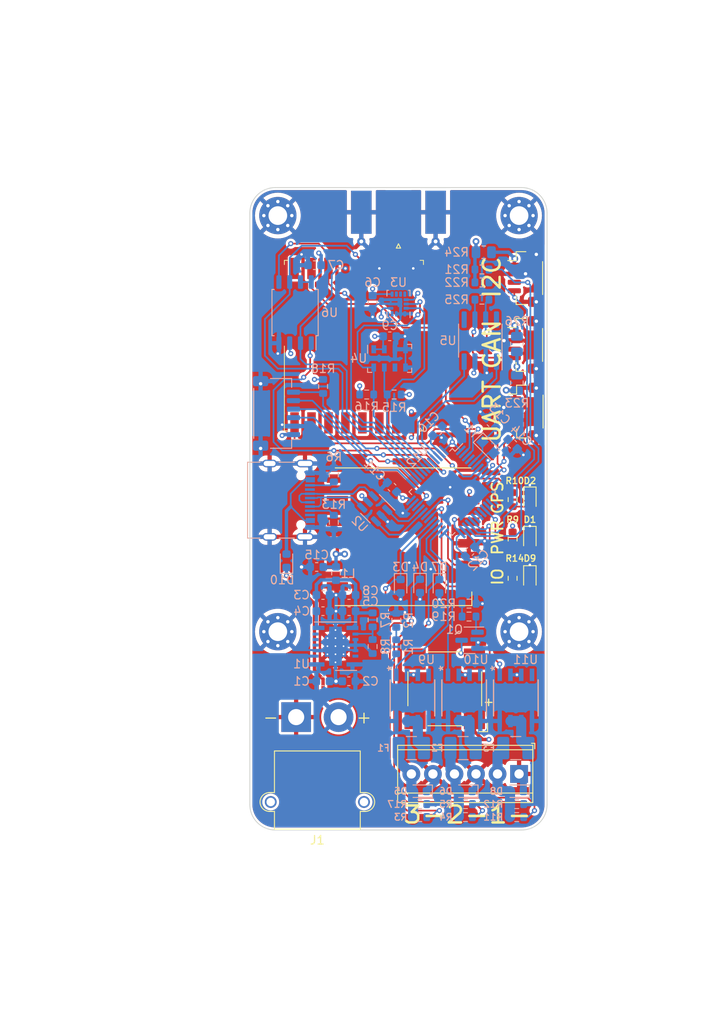
<source format=kicad_pcb>
(kicad_pcb (version 20221018) (generator pcbnew)
  (layers (0 "F.Cu" signal) (1 "In1.Cu" signal) (2 "In2.Cu" signal) (31 "B.Cu" signal) (34 "B.Paste" user) (35 "F.Paste" user) (36 "B.SilkS" user "B.Silkscreen") (37 "F.SilkS" user "F.Silkscreen") (38 "B.Mask" user) (39 "F.Mask" user) (44 "Edge.Cuts" user))
  (net 0 "")
  (net 1 "Earth")
  (net 2 "VCC")
  (net 3 "+3V3")
  (net 4 "Net-(BZ1-+)")
  (net 5 "Net-(D1-A)")
  (net 6 "/BUZZER")
  (net 7 "/VBAT_SENSE")
  (net 8 "Net-(D2-A)")
  (net 9 "/SDA")
  (net 10 "/SCL")
  (net 11 "/CAN_L")
  (net 12 "/CAN_H")
  (net 13 "/CAN_TX")
  (net 14 "/CAN_RX")
  (net 15 "Net-(U1-FB)")
  (net 27 "/LORA_RESET")
  (net 28 "Net-(C3-Pad1)")
  (net 46 "Net-(U8-1PPS)")
  (net 47 "/Pyros/PYRO2_OUT")
  (net 48 "/EXT_RX")
  (net 49 "/EXT_TX")
  (net 50 "Net-(J6-In)")
  (net 51 "/Pyros/PYRO1_OUT")
  (net 52 "/Pyros/PYRO3_OUT")
  (net 56 "Net-(D10-A)")
  (net 57 "Net-(J8-CC1)")
  (net 58 "/USB_D_P")
  (net 59 "/USB_D_N")
  (net 60 "Net-(J8-CC2)")
  (net 62 "Net-(D9-A)")
  (net 63 "/LED_STATUS")
  (net 64 "/SW_CLK")
  (net 66 "/SW_DIO")
  (net 67 "Net-(F1-Pad2)")
  (net 68 "Net-(F2-Pad2)")
  (net 69 "Net-(F3-Pad2)")
  (net 71 "/OSC_IN")
  (net 72 "/OSC_OUT")
  (net 73 "/NRST")
  (net 74 "/EXT_SDA")
  (net 75 "/EXT_SCL")
  (net 77 "/SCK")
  (net 78 "/MISO")
  (net 79 "/MOSI")
  (net 80 "/FLASH_CS")
  (net 81 "/LORA_CS")
  (net 82 "/PYRO3_EN")
  (net 83 "/PYRO2_EN")
  (net 84 "/PYRO1_EN")
  (net 85 "/PYRO3_SENSE")
  (net 86 "/PYRO2_SENSE")
  (net 87 "/PYRO1_SENSE")
  (net 88 "/GPS_TX")
  (net 89 "/GPS_RX")
  (net 90 "/BOOT0")
  (net 91 "Net-(Q1-B)")
  (net 92 "/USB_ESD_P")
  (net 93 "/USB_ESD_N")
  (net 94 "Net-(J2-Pin_1)")
  (net 95 "Net-(J5-Pin_1)")
  (net 96 "Net-(J4-Pin_1)")
  (footprint "Connector_JST:JST_SH_BM04B-SRSS-TB_1x04-1MP_P1.00mm_Vertical" (layer "F.Cu") (at 196.846934 64.262 -90)
    (fp_text reference "J4" hide)
    (fp_text value "jst_sh 4")
  )
  (footprint "Connector_JST:JST_SH_BM04B-SRSS-TB_1x04-1MP_P1.00mm_Vertical" (layer "F.Cu") (at 196.85 56.382 -90)
    (fp_text reference "J2" hide)
    (fp_text value "jst_sh 4")
  )
  (footprint "RF_GPS:Quectel_L80-R" (layer "F.Cu") (at 182.407945 86.86 180)
    (fp_text reference "U8" hide)
    (fp_text value "L86")
  )
  (footprint "MountingHole:MountingHole_2.2mm_M2_Pad_Via" (layer "F.Cu") (at 196.088 49.022)
    (fp_text reference "H1" hide)
    (fp_text value "MountingHole_Pad")
  )
  (footprint "Diode_SMD:D_0603_1608Metric" (layer "F.Cu") (at 197.358 82.487 -90)
    (fp_text reference "D2")
    (fp_text value "LED_FIX")
  )
  (footprint "Resistor_SMD:R_0603_1608Metric" (layer "F.Cu") (at 195.326 87.122 -90)
    (fp_text reference "R9")
    (fp_text value "1k")
  )
  (footprint "Diode_SMD:D_0603_1608Metric" (layer "F.Cu") (at 197.358 91.757 -90)
    (fp_text reference "D9")
    (fp_text value "status")
  )
  (footprint "MountingHole:MountingHole_2.2mm_M2_Pad_Via" (layer "F.Cu") (at 167.64 49.022)
    (fp_text reference "H2" hide)
    (fp_text value "MountingHole_Pad")
  )
  (footprint "Resistor_SMD:R_0603_1608Metric" (layer "F.Cu") (at 195.326 91.757 -90)
    (fp_text reference "R14")
    (fp_text value "1k")
  )
  (footprint "Connector_AMASS:AMASS_XT30PW-M_1x02_P2.50mm_Horizontal" (layer "F.Cu") (at 169.8 108.11 180)
    (fp_text reference "J1")
    (fp_text value "xt30")
  )
  (footprint "MountingHole:MountingHole_2.2mm_M2_Pad_Via" (layer "F.Cu") (at 196.088 98.044)
    (fp_text reference "H4" hide)
    (fp_text value "MountingHole_Pad")
  )
  (footprint "Connector_Coaxial:SMA_Molex_73251-1153_EdgeMount_Horizontal" (layer "F.Cu") (at 181.864 50.35 -90)
    (fp_text reference "J6" hide)
    (fp_text value "SMA")
  )
  (footprint "TerminalBlock_TE-Connectivity:TerminalBlock_TE_282834-6_1x06_P2.54mm_Horizontal" (layer "F.Cu") (at 196.088 114.808 180)
    (fp_text reference "J7" hide)
    (fp_text value "Screw_Terminal_01x06")
  )
  (footprint "Buzzer_Beeper:MagneticBuzzer_CUI_CMT-8504-100-SMT" (layer "F.Cu") (at 187.325 104.775 180)
    (fp_text reference "BZ1" hide)
    (fp_text value "CMT-8504-100")
  )
  (footprint "Diode_SMD:D_0603_1608Metric" (layer "F.Cu") (at 197.358 87.122 -90)
    (fp_text reference "D1")
    (fp_text value "power")
  )
  (footprint "RF_Module:HOPERF_RFM69HW" (layer "F.Cu") (at 176.61 64.345 90)
    (fp_text reference "U7" hide)
    (fp_text value "RFM69W")
  )
  (footprint "MountingHole:MountingHole_2.2mm_M2_Pad_Via" (layer "F.Cu") (at 167.64 98.044)
    (fp_text reference "H3" hide)
    (fp_text value "MountingHole_Pad")
  )
  (footprint "Connector_JST:JST_SH_BM04B-SRSS-TB_1x04-1MP_P1.00mm_Vertical" (layer "F.Cu") (at 196.905 72.112 -90)
    (fp_text reference "J5" hide)
    (fp_text value "jst_sh 4")
  )
  (footprint "Resistor_SMD:R_0603_1608Metric" (layer "F.Cu") (at 195.326 82.487 -90)
    (fp_text reference "R10")
    (fp_text value "1k")
  )
  (footprint "Crystal:Crystal_SMD_2012-2Pin_2.0x1.2mm_HandSoldering" (layer "B.Cu") (at 192.424074 76.346074 -45)
    (fp_text reference "Y1")
    (fp_text value "48MHz")
  )
  (footprint "Resistor_SMD:R_0603_1608Metric" (layer "B.Cu") (at 178.816 99.794 -90)
    (fp_text reference "R8")
    (fp_text value "4.3k")
  )
  (footprint "Package_SO:SOIC-8_3.9x4.9mm_P1.27mm" (layer "B.Cu") (at 191.516 63.754 90)
    (fp_text reference "U5")
    (fp_text value "SN65HVD232")
  )
  (footprint "Package_LGA:LGA-14_3x2.5mm_P0.5mm_LayoutBorder3x4y" (layer "B.Cu") (at 181.864 59.436 90)
    (fp_text reference "U3")
    (fp_text value "LSM6DSO32")
  )
  (footprint "Resistor_SMD:R_0603_1608Metric" (layer "B.Cu") (at 181.61 96.711 90)
    (fp_text reference "R2")
    (fp_text value "2k2")
  )
  (footprint "Resistor_SMD:R_0603_1608Metric" (layer "B.Cu") (at 191.707 55.372)
    (fp_text reference "R21")
    (fp_text value "5k1")
  )
  (footprint "Capacitor_SMD:C_0603_1608Metric" (layer "B.Cu") (at 172.961 95.631)
    (fp_text reference "C4")
    (fp_text value "47u")
  )
  (footprint "Resistor_SMD:R_0805_2012Metric" (layer "B.Cu") (at 191.9205 53.34 180)
    (fp_text reference "R24")
    (fp_text value "100")
  )
  (footprint "Resistor_SMD:R_0805_2012Metric" (layer "B.Cu") (at 195.834 68.7305 90)
    (fp_text reference "R23")
    (fp_text value "100")
  )
  (footprint "Capacitor_SMD:C_0603_1608Metric" (layer "B.Cu") (at 186.476008 74.381992 -135)
    (fp_text reference "C10")
    (fp_text value "4u7")
  )
  (footprint "Resistor_SMD:R_0603_1608Metric" (layer "B.Cu") (at 195.8085 119.888)
    (fp_text reference "R11")
    (fp_text value "47k")
  )
  (footprint "Diode_SMD:D_0603_1608Metric" (layer "B.Cu") (at 168.656 89.6875 90)
    (fp_text reference "D10")
    (fp_text value "D_Small")
  )
  (footprint "Fuse:Fuse_1210_3225Metric_Pad1.42x2.65mm_HandSolder" (layer "B.Cu") (at 195.704 111.76)
    (fp_text reference "F3")
    (fp_text value "Polyfuse")
  )
  (footprint "Diode_SMD:D_0603_1608Metric" (layer "B.Cu") (at 184.3785 116.84 180)
    (fp_text reference "D5")
    (fp_text value "15V")
  )
  (footprint "Inductor_SMD:L_0603_1608Metric" (layer "B.Cu") (at 174.498 91.199 90)
    (fp_text reference "L1")
    (fp_text value "L_Small")
  )
  (footprint "Package_SO:SOIC-8_5.23x5.23mm_P1.27mm" (layer "B.Cu") (at 169.672 60.452 90)
    (fp_text reference "U6")
    (fp_text value "W25Q128JVS")
  )
  (footprint "Capacitor_SMD:C_0603_1608Metric" (layer "B.Cu") (at 176.035 95.631 180)
    (fp_text reference "C5")
    (fp_text value "47u")
  )
  (footprint "Resistor_SMD:R_0603_1608Metric" (layer "B.Cu") (at 174.244 85.153 -90)
    (fp_text reference "R13")
    (fp_text value "5k1")
  )
  (footprint "Capacitor_SMD:C_0603_1608Metric" (layer "B.Cu") (at 172.225 90.424 180)
    (fp_text reference "C15")
    (fp_text value "47u")
  )
  (footprint "Resistor_SMD:R_0603_1608Metric" (layer "B.Cu") (at 181.61 99.822 90)
    (fp_text reference "R1")
    (fp_text value "10k")
  )
  (footprint "Resistor_SMD:R_0603_1608Metric" (layer "B.Cu") (at 190.183 94.742 180)
    (fp_text reference "R20")
    (fp_text value "10k")
  )
  (footprint "Capacitor_SMD:C_0603_1608Metric" (layer "B.Cu") (at 172.961 103.886)
    (fp_text reference "C1")
    (fp_text value "4u7")
  )
  (footprint "Resistor_SMD:R_0603_1608Metric" (layer "B.Cu") (at 184.3785 118.364 180)
    (fp_text reference "R17")
    (fp_text value "47k")
  )
  (footprint "Diode_SMD:D_0603_1608Metric" (layer "B.Cu") (at 182.118 92.6845 -90)
    (fp_text reference "D3")
    (fp_text value "3V")
  )
  (footprint "Resistor_SMD:R_0603_1608Metric" (layer "B.Cu") (at 191.707 56.896)
    (fp_text reference "R22")
    (fp_text value "5k1")
  )
  (footprint "Capacitor_SMD:C_0603_1608Metric" (layer "B.Cu") (at 178.816 59.221 -90)
    (fp_text reference "C6")
    (fp_text value "0.1u")
  )
  (footprint "Connector_JST:JST_SH_SM06B-SRSS-TB_1x06-1MP_P1.00mm_Horizontal" (layer "B.Cu") (at 167.48151 72.32764 90)
    (fp_text reference "J9" hide)
    (fp_text value "jst_sh 4")
  )
  (footprint "Resistor_SMD:R_0603_1608Metric" (layer "B.Cu") (at 181.356 70.104 180)
    (fp_text reference "R15")
    (fp_text value "5k1")
  )
  (footprint "Diode_SMD:D_0603_1608Metric" (layer "B.Cu") (at 189.7635 116.84 180)
    (fp_text reference "D6")
    (fp_text value "15V")
  )
  (footprint "Capacitor_SMD:C_0603_1608Metric" (layer "B.Cu") (at 171.971 54.864 180)
    (fp_text reference "C7")
    (fp_text value "0.1u")
  )
  (footprint "Capacitor_SMD:C_0603_1608Metric" (layer "B.Cu") (at 190.286008 88.605992 45)
    (fp_text reference "C12")
    (fp_text value "100p")
  )
  (footprint "Capacitor_SMD:C_0603_1608Metric" (layer "B.Cu") (at 180.835 63.246)
    (fp_text reference "C9")
    (fp_text value "0.1u")
  )
  (footprint "Resistor_SMD:R_0603_1608Metric" (layer "B.Cu") (at 174.244 79.565 90)
    (fp_text reference "R6")
    (fp_text value "5k1")
  )
  (footprint "Resistor_SMD:R_0603_1608Metric" (layer "B.Cu") (at 189.7635 119.888)
    (fp_text reference "R4")
    (fp_text value "47k")
  )
  (footprint "Diode_SMD:D_0603_1608Metric" (layer "B.Cu") (at 186.69 92.6845 -90)
    (fp_text reference "D7")
    (fp_text value "3V")
  )
  (footprint "Diode_SMD:D_0603_1608Metric" (layer "B.Cu") (at 184.404 92.659 -90)
    (fp_text reference "D4")
    (fp_text value "3V")
  )
  (footprint "Resistor_SMD:R_0603_1608Metric" (layer "B.Cu") (at 190.183 96.266)
    (fp_text reference "R19")
    (fp_text value "1k")
  )
  (footprint "Resistor_SMD:R_0603_1608Metric" (layer "B.Cu") (at 191.707 58.928 180)
    (fp_text reference "R25")
    (fp_text value "120")
  )
  (footprint "Resistor_SMD:R_0603_1608Metric" (layer "B.Cu") (at 172.974 69.151 90)
    (fp_text reference "R18")
    (fp_text value "10k")
  )
  (footprint "Resistor_SMD:R_0603_1608Metric" (layer "B.Cu") (at 178.117 70.104)
    (fp_text reference "R16")
    (fp_text value "5k1")
  )
  (footprint "Package_DFN_QFN:Texas_B3QFN-14-1EP_5x5.5mm_P0.65mm_ThermalVia" (layer "B.Cu") (at 174.437 99.756)
    (fp_text reference "U1")
    (fp_text value "TPSM5601R5")
  )
  (footprint "lib:SOIC_050ASTR_STM" (layer "B.Cu") (at 183.515 105.84815 -90)
    (fp_text reference "U9")
    (fp_text value "VN7050ASTR")
  )
  (footprint "lib:SOIC_050ASTR_STM" (layer "B.Cu") (at 189.611 105.84815 -90)
    (fp_text reference "U10")
    (fp_text value "VN7050ASTR")
  )
  (footprint "Capacitor_SMD:C_0603_1608Metric" (layer "B.Cu") (at 176.009 103.886 180)
    (fp_text reference "C2")
    (fp_text value "4u7")
  )
  (footprint "Resistor_SMD:R_0603_1608Metric" (layer "B.Cu") (at 184.3785 119.888)
    (fp_text reference "R3")
    (fp_text value "47k")
  )
  (footprint "Capacitor_SMD:C_0603_1608Metric" (layer "B.Cu") (at 181.102 81.026 135)
    (fp_text reference "C11")
    (fp_text value "4u7")
  )
  (footprint "Capacitor_SMD:C_0603_1608Metric" (layer "B.Cu") (at 172.961 93.726)
    (fp_text reference "C3")
    (fp_text value "47u")
  )
  (footprint "Resistor_SMD:R_0603_1608Metric" (layer "B.Cu") (at 178.816 96.6595 -90)
    (fp_text reference "R7")
    (fp_text value "10k")
  )
  (footprint "Capacitor_SMD:C_0603_1608Metric" (layer "B.Cu") (at 176.035 93.726 180)
    (fp_text reference "C8")
    (fp_text value "47u")
  )
  (footprint "Resistor_SMD:R_0603_1608Metric" (layer "B.Cu") (at 189.7635 118.364 180)
    (fp_text reference "R5")
    (fp_text value "47k")
  )
  (footprint "Package_TO_SOT_SMD:SOT-23-6" (layer "B.Cu") (at 179.07 83.566 135)
    (fp_text reference "U2")
    (fp_text value "USBLC6-2SC6")
  )
  (footprint "Capacitor_SMD:C_0603_1608Metric" (layer "B.Cu") (at 192.786 73.406 135)
    (fp_text reference "C13")
    (fp_text value "22p")
  )
  (footprint "Fuse:Fuse_1210_3225Metric_Pad1.42x2.65mm_HandSolder" (layer "B.Cu") (at 189.484 111.76)
    (fp_text reference "F2")
    (fp_text value "Polyfuse")
  )
  (footprint "Package_TO_SOT_SMD:SOT-23" (layer "B.Cu") (at 190.246 99.06 180)
    (fp_text reference "Q1")
    (fp_text value "MMBT3904")
  )
  (footprint "Fuse:Fuse_1210_3225Metric_Pad1.42x2.65mm_HandSolder" (layer "B.Cu") (at 183.388 111.76)
    (fp_text reference "F1")
    (fp_text value "Polyfuse")
  )
  (footprint "Package_QFP:LQFP-48_7x7mm_P0.5mm" (layer "B.Cu") (at 188.214 81.574008 -135)
    (fp_text reference "U12")
    (fp_text value "STM32L562CETx")
  )
  (footprint "Capacitor_SMD:C_0603_1608Metric" (layer "B.Cu") (at 195.326 75.946 -45)
    (fp_text reference "C14")
    (fp_text value "22p")
  )
  (footprint "Package_LGA:LGA-8_3x5mm_P1.25mm" (layer "B.Cu") (at 180.822 65.845 -90)
    (fp_text reference "U4")
    (fp_text value "MS5611-01BA")
  )
  (footprint "Resistor_SMD:R_0805_2012Metric" (layer "B.Cu") (at 195.834 64.1585 -90)
    (fp_text reference "R26")
    (fp_text value "100")
  )
  (footprint "Diode_SMD:D_0603_1608Metric" (layer "B.Cu") (at 195.8085 116.84 180)
    (fp_text reference "D8")
    (fp_text value "15V")
  )
  (footprint "Connector_USB:USB_C_Receptacle_Palconn_UTC16-G" (layer "B.Cu") (at 168.91 82.55 90)
    (fp_text reference "J8" hide)
    (fp_text value "USB_C_Receptacle_USB2.0")
  )
  (footprint "Resistor_SMD:R_0603_1608Metric" (layer "B.Cu") (at 195.8085 118.364 180)
    (fp_text reference "R12")
    (fp_text value "47k")
  )
  (footprint "lib:SOIC_050ASTR_STM" (layer "B.Cu") (at 195.707 105.84815 -90)
    (fp_text reference "U11")
    (fp_text value "VN7050ASTR")
  )
  (gr_arc (start 164.338 48.72) (mid 165.21668 46.59868) (end 167.338 45.72) (stroke (width 0.1)) (layer "Edge.Cuts"))
  (gr_line (start 164.338 48.72) (end 164.338 118.412) (stroke (width 0.1)) (layer "Edge.Cuts"))
  (gr_arc (start 196.39 45.72) (mid 198.51132 46.59868) (end 199.39 48.72) (stroke (width 0.1)) (layer "Edge.Cuts"))
  (gr_line (start 196.39 45.72) (end 167.338 45.72) (stroke (width 0.1)) (layer "Edge.Cuts"))
  (gr_line (start 167.338 121.412) (end 196.39 121.412) (stroke (width 0.1)) (layer "Edge.Cuts"))
  (gr_arc (start 199.39 118.412) (mid 198.51132 120.53332) (end 196.39 121.412) (stroke (width 0.1)) (layer "Edge.Cuts"))
  (gr_arc (start 167.338 121.412) (mid 165.21668 120.53332) (end 164.338 118.412) (stroke (width 0.1)) (layer "Edge.Cuts"))
  (gr_line (start 199.39 118.412) (end 199.39 48.72) (stroke (width 0.1)) (layer "Edge.Cuts"))
  (gr_text "CAN" (at 194.056 67.31 90) (layer "F.SilkS") (effects (font (size 2 2) (thickness 0.3)) (justify left bottom)))
  (gr_text "GPS" (at 194.31 84.328 90) (layer "F.SilkS") (effects (font (size 1.3 1.3) (thickness 0.22)) (justify left bottom)))
  (gr_text "IO" (at 194.31 92.71 90) (layer "F.SilkS") (effects (font (size 1.3 1.3) (thickness 0.22)) (justify left bottom)))
  (gr_text "UART" (at 194.056 75.946 90) (layer "F.SilkS") (effects (font (size 2 2) (thickness 0.3)) (justify left bottom)))
  (gr_text "PWR" (at 194.31 89.154 90) (layer "F.SilkS") (effects (font (size 1.3 1.3) (thickness 0.22)) (justify left bottom)))
  (gr_text "3-2-1-" (at 182.245 120.777) (layer "F.SilkS") (effects (font (size 2 2.3) (thickness 0.3)) (justify left bottom)))
  (gr_text "I2C" (at 194.056 58.928 90) (layer "F.SilkS") (effects (font (size 2 2) (thickness 0.3)) (justify left bottom)))
  (segment (start 186.244 52.07) (end 183.61 54.704) (width 0.4) (layer "F.Cu") (net 1))
  (segment (start 198.105 74.912) (end 198.105 74.915) (width 0.2) (layer "F.Cu") (net 1))
  (segment (start 194.318 63.762) (end 194.31 63.754) (width 0.4) (layer "F.Cu") (net 1))
  (segment (start 196.848 55.882) (end 196.85 55.88) (width 0.4) (layer "F.Cu") (net 1))
  (segment (start 198.046934 67.062) (end 198.114 67.062) (width 0.2) (layer "F.Cu") (net 1))
  (segment (start 195.521934 63.762) (end 194.318 63.762) (width 0.4) (layer "F.Cu") (net 1))
  (segment (start 198.05 53.582) (end 198.108 53.582) (width 0.2) (layer "F.Cu") (net 1))
  (segment (start 174.498 93.726) (end 174.498 92.869945) (width 0.4) (layer "F.Cu") (net 1))
  (segment (start 197.358 86.3345) (end 197.358 85.598) (width 0.2) (layer "F.Cu") (net 1))
  (segment (start 198.108 53.582) (end 198.12 53.594) (width 0.2) (layer "F.Cu") (net 1))
  (segment (start 198.05 59.182) (end 198.12 59.182) (width 0.2) (layer "F.Cu") (net 1))
  (segment (start 190.157945 87.63) (end 191.77 87.63) (width 0.2) (layer "F.Cu") (net 1))
  (segment (start 197.358 90.9695) (end 197.358 90.17) (width 0.2) (layer "F.Cu") (net 1))
  (segment (start 198.105 69.312) (end 198.105 69.327) (width 0.2) (layer "F.Cu") (net 1))
  (segment (start 179.61 54.196) (end 179.61 55.245) (width 0.4) (layer "F.Cu") (net 1))
  (segment (start 194.2965 71.612) (end 194.2805 71.628) (width 0.4) (layer "F.Cu") (net 1))
  (segment (start 174.498 92.869945) (end 174.657945 92.71) (width 0.4) (layer "F.Cu") (net 1))
  (segment (start 191.77 87.63) (end 192.024 87.376) (width 0.2) (layer "F.Cu") (net 1))
  (segment (start 198.105 69.327) (end 198.12 69.342) (width 0.2) (layer "F.Cu") (net 1))
  (segment (start 183.61 54.704) (end 183.61 55.245) (width 0.4) (layer "F.Cu") (net 1))
  (segment (start 195.58 71.612) (end 194.2965 71.612) (width 0.4) (layer "F.Cu") (net 1))
  (segment (start 197.358 81.6995) (end 197.358 80.772) (width 0.2) (layer "F.Cu") (net 1))
  (segment (start 198.114 67.062) (end 198.12 67.056) (width 0.2) (layer "F.Cu") (net 1))
  (segment (start 198.105 74.915) (end 198.12 74.93) (width 0.2) (layer "F.Cu") (net 1))
  (segment (start 177.484 52.07) (end 179.61 54.196) (width 0.4) (layer "F.Cu") (net 1))
  (segment (start 198.046934 61.462) (end 198.114 61.462) (width 0.2) (layer "F.Cu") (net 1))
  (segment (start 195.525 55.882) (end 196.848 55.882) (width 0.4) (layer "F.Cu") (net 1))
  (segment (start 198.114 61.462) (end 198.12 61.468) (width 0.2) (layer "F.Cu") (net 1))
  (via (at 165.608 76.454) (size 0.8) (drill 0.4) (layers "F.Cu" "B.Cu") (net 1))
  (via (at 194.31 63.754) (size 0.8) (drill 0.4) (layers "F.Cu" "B.Cu") (net 1))
  (via (at 194.2805 71.628) (size 0.8) (drill 0.4) (layers "F.Cu" "B.Cu") (net 1))
  (via (at 179.61 55.245) (size 0.6) (drill 0.3) (layers "F.Cu" "B.Cu") (net 1))
  (via (at 165.608 68.834) (size 0.8) (drill 0.4) (layers "F.Cu" "B.Cu") (net 1))
  (via (at 197.358 85.598) (size 0.6) (drill 0.3) (layers "F.Cu" "B.Cu") (net 1))
  (via (at 184.404 94.234) (size 0.6) (drill 0.3) (layers "F.Cu" "B.Cu") (net 1))
  (via (at 180.594 85.09) (size 0.6) (drill 0.3) (layers "F.Cu" "B.Cu") (net 1))
  (via (at 168.148 73.66) (size 0.6) (drill 0.3) (layers "F.Cu" "B.Cu") (net 1))
  (via (at 191.77 94.742) (size 0.6) (drill 0.3) (layers "F.Cu" "B.Cu") (net 1))
  (via (at 192.024 87.376) (size 0.6) (drill 0.3) (layers "F.Cu" "B.Cu") (net 1))
  (via (at 191.516 72.136) (size 0.6) (drill 0.3) (layers "F.Cu" "B.Cu") (net 1))
  (via (at 192.425059 77.860568) (size 0.6) (drill 0.3) (layers "F.Cu" "B.Cu") (net 1))
  (via (at 182.372 84.074) (size 0.6) (drill 0.3) (layers "F.Cu" "B.Cu") (net 1))
  (via (at 183.61 55.245) (size 0.6) (drill 0.3) (layers "F.Cu" "B.Cu") (net 1))
  (via (at 185.674 90.678) (size 0.6) (drill 0.3) (layers "F.Cu" "B.Cu") (net 1))
  (via (at 183.642 103.124) (size 0.6) (drill 0.3) (layers "F.Cu" "B.Cu") (net 1))
  (via (at 183.134 89.916) (size 0.6) (drill 0.3) (layers "F.Cu" "B.Cu") (net 1))
  (via (at 170.434 53.594) (size 0.6) (drill 0.3) (layers "F.Cu" "B.Cu") (net 1))
  (via (at 192.278 67.564) (size 0.6) (drill 0.3) (layers "F.Cu" "B.Cu") (net 1))
  (via (at 182.118 94.234) (size 0.6) (drill 0.3) (layers "F.Cu" "B.Cu") (net 1))
  (via (at 174.498 95.631) (size 0.6) (drill 0.3) (layers "F.Cu" "B.Cu") (net 1))
  (via (at 187.96 81.026) (size 0.6) (drill 0.3) (layers "F.Cu" "B.Cu") (net 1))
  (via (at 189.738 103.124) (size 0.6) (drill 0.3) (layers "F.Cu" "B.Cu") (net 1))
  (via (at 186.69 94.234) (size 0.6) (drill 0.3) (layers "F.Cu" "B.Cu") (net 1))
  (via (at 178.816 60.96) (size 0.6) (drill 0.3) (layers "F.Cu" "B.Cu") (net 1))
  (via (at 198.12 69.342) (size 0.8) (drill 0.4) (layers "F.Cu" "B.Cu") (net 1))
  (via (at 186.944 75.184) (size 0.6) (drill 0.3) (layers "F.Cu" "B.Cu") (net 1))
  (via (at 198.12 67.056) (size 0.8) (drill 0.4) (layers "F.Cu" "B.Cu") (net 1))
  (via (at 198.12 53.594) (size 0.8) (drill 0.4) (layers "F.Cu" "B.Cu") (net 1))
  (via (at 196.596 77.216) (size 0.6) (drill 0.3) (layers "F.Cu" "B.Cu") (net 1))
  (via (at 191.262 99.314) (size 0.6) (drill 0.3) (layers "F.Cu" "B.Cu") (net 1))
  (via (at 174.498 93.726) (size 0.6) (drill 0.3) (layers "F.Cu" "B.Cu") (net 1))
  (via (at 195.834 103.124) (size 0.6) (drill 0.3) (layers "F.Cu" "B.Cu") (net 1))
  (via (at 197.358 80.772) (size 0.6) (drill 0.3) (layers "F.Cu" "B.Cu") (net 1))
  (via (at 182.626 95.758) (size 0.6) (drill 0.3) (layers "F.Cu" "B.Cu") (net 1))
  (via (at 182.626 63.246) (size 0.6) (drill 0.3) (layers "F.Cu" "B.Cu") (net 1))
  (via (at 198.12 61.468) (size 0.8) (drill 0.4) (layers "F.Cu" "B.Cu") (net 1))
  (via (at 197.358 90.17) (size 0.6) (drill 0.3) (layers "F.Cu" "B.Cu") (net 1))
  (via (at 198.12 59.182) (size 0.8) (drill 0.4) (layers "F.Cu" "B.Cu") (net 1))
  (via (at 198.12 74.93) (size 0.8) (drill 0.4) (layers "F.Cu" "B.Cu") (net 1))
  (via (at 179.832 79.756) (size 0.6) (drill 0.3) (layers "F.Cu" "B.Cu") (net 1))
  (via (at 196.85 55.88) (size 0.8) (drill 0.4) (layers "F.Cu" "B.Cu") (net 1))
  (via (at 167.64 65.278) (size 0.6) (drill 0.3) (layers "F.Cu" "B.Cu") (net 1))
  (via (at 174.498 103.886) (size 0.8) (drill 0.4) (layers "F.Cu" "B.Cu") (net 1))
  (via (at 170.434 90.424) (size 0.8) (drill 0.4) (layers "F.Cu" "B.Cu") (net 1))
  (segment (start 174.437 95.692) (end 174.498 95.631) (width 0.4) (layer "B.Cu") (net 1))
  (segment (start 190.834016 87.376004) (end 189.566342 86.10833) (width 0.2) (layer "B.Cu") (net 1))
  (segment (start 191.1835 100.01) (end 191.1835 99.3925) (width 0.2) (layer "B.Cu") (net 1))
  (segment (start 191.389 116.002) (end 190.551 116.84) (width 0.8) (layer "B.Cu") (net 1))
  (segment (start 165.608 68.82) (end 165.608 68.834) (width 0.4) (layer "B.Cu") (net 1))
  (segment (start 183.679678 82.92635) (end 182.532028 84.074) (width 0.2) (layer "B.Cu") (net 1))
  (segment (start 195.834 103.124) (end 195.072 103.124) (width 0.4) (layer "B.Cu") (net 1))
  (segment (start 192.151 67.437) (end 192.278 67.564) (width 0.2) (layer "B.Cu") (net 1))
  (segment (start 178.816 59.996) (end 179.376 59.436) (width 0.2) (layer "B.Cu") (net 1))
  (segment (start 175.26 93.726) (end 174.498 93.726) (width 0.4) (layer "B.Cu") (net 1))
  (segment (start 182.114 60.5985) (end 182.114 61.218) (width 0.2) (layer "B.Cu") (net 1))
  (segment (start 171.45 90.424) (end 170.434 90.424) (width 0.2) (layer "B.Cu") (net 1))
  (segment (start 184.15 103.124) (end 182.88 103.124) (width 0.4) (layer "B.Cu") (net 1))
  (segment (start 179.432 61.576) (end 178.816 60.96) (width 0.2) (layer "B.Cu") (net 1))
  (segment (start 192.237992 72.857992) (end 191.516 72.136) (width 0.2) (layer "B.Cu") (net 1))
  (segment (start 174.437 103.825) (end 174.498 103.886) (width 0.4) (layer "B.Cu") (net 1))
  (segment (start 185.928 74.93) (end 186.69 74.93) (width 0.2) (layer "B.Cu") (net 1))
  (segment (start 181.614 60.5985) (end 182.614 60.5985) (width 0.2) (layer "B.Cu") (net 1))
  (segment (start 171.471 79.35) (end 171.471 78.861) (width 0.2) (layer "B.Cu") (net 1))
  (segment (start 196.342 103.124) (end 195.834 103.124) (width 0.4) (layer "B.Cu") (net 1))
  (segment (start 196.596 116.84) (end 196.596 114.935) (width 0.8) (layer "B.Cu") (net 1))
  (segment (start 176.787 99.626) (end 175.517 99.626) (width 0.4) (layer "B.Cu") (net 1))
  (segment (start 171.471 85.75) (end 171.471 86.239) (width 0.2) (layer "B.Cu") (net 1))
  (segment (start 172.087 100.276) (end 173.917 100.276) (width 0.4) (layer "B.Cu") (net 1))
  (segment (start 174.498 95.631) (end 175.26 95.631) (width 0.4) (layer "B.Cu") (net 1))
  (segment (start 186.309 115.697) (end 185.166 116.84) (width 0.8) (layer "B.Cu") (net 1))
  (segment (start 167.767 64.052) (end 167.767 65.151) (width 0.2) (layer "B.Cu") (net 1))
  (segment (start 171.42 79.35) (end 173.634 79.35) (width 0.2) (layer "B.Cu") (net 1))
  (segment (start 191.008 94.742) (end 191.77 94.742) (width 0.2) (layer "B.Cu") (net 1))
  (segment (start 174.498 93.726) (end 174.498 95.631) (width 0.4) (layer "B.Cu") (net 1))
  (segment (start 175.517 99.626) (end 175.387 99.756) (width 0.4) (layer "B.Cu") (net 1))
  (segment (start 191.389 114.808) (end 191.389 116.002) (width 0.8) (layer "B.Cu") (net 1))
  (segment (start 191.1835 99.3925) (end 191.262 99.314) (width 0.2) (layer "B.Cu") (net 1))
  (segment (start 184.404 93.4465) (end 184.404 94.234) (width 0.2) (layer "B.Cu") (net 1))
  (segment (start 186.69 74.93) (end 186.944 75.184) (width 0.2) (layer "B.Cu") (net 1))
  (segment (start 173.736 103.886) (end 174.498 103.886) (width 0.4) (layer "B.Cu") (net 1))
  (segment (start 174.016 85.75) (end 174.244 85.978) (width 0.2) (layer "B.Cu") (net 1))
  (segment (start 185.674 75.184) (end 185.928 74.93) (width 0.2) (layer "B.Cu") (net 1))
  (segment (start 190.834016 88.057984) (end 190.834016 87.376004) (width 0.2) (layer "B.Cu") (net 1))
  (segment (start 189.738 103.124) (end 188.976 103.124) (width 0.4) (layer "B.Cu") (net 1))
  (segment (start 180.9515 58.936) (end 180.9515 59.436) (width 0.2) (layer "B.Cu") (net 1))
  (segment (start 182.118 93.472) (end 182.118 94.234) (width 0.2) (layer "B.Cu") (net 1))
  (segment (start 186.861658 77.039686) (end 185.674 75.852028) (width 0.2) (layer "B.Cu") (net 1))
  (segment (start 173.736 93.726) (end 174.498 93.726) (width 0.4) (layer "B.Cu") (net 1))
  (segment (start 186.309 114.808) (end 186.309 115.697) (width 0.8) (layer "B.Cu") (net 1))
  (segment (start 179.376 59.436) (end 180.9515 59.436) (width 0.2) (layer "B.Cu") (net 1))
  (segment (start 191.516 87.376) (end 192.024 87.376) (width 0.4) (layer "B.Cu") (net 1))
  (segment (start 171.471 78.861) (end 170.84 78.23) (width 0.2) (layer "B.Cu") (net 1))
  (segment (start 178.816 59.996) (end 178.816 60.96) (width 0.2) (layer "B.Cu") (net 1))
  (segment (start 186.69 93.472) (end 186.69 94.234) (width 0.2) (layer "B.Cu") (net 1))
  (segment (start 192.151 66.229) (end 192.151 67.437) (width 0.2) (layer "B.Cu") (net 1))
  (segment (start 167.767 65.151) (end 167.64 65.278) (width 0.2) (layer "B.Cu") (net 1))
  (segment (start 174.437 101.656) (end 174.437 103.825) (width 0.4) (layer "B.Cu") (net 1))
  (segment (start 179.874334 84.370334) (end 180.594 85.09) (width 0.2) (layer "B.Cu") (net 1))
  (segment (start 182.532028 84.074) (end 182.372 84.074) (width 0.2) (layer "B.Cu") (net 1))
  (segment (start 171.471 86.239) (end 170.84 86.87) (width 0.2) (layer "B.Cu") (net 1))
  (segment (start 169.48151 73.82764) (end 168.31564 73.82764) (width 0.4) (layer "B.Cu") (net 1))
  (segment (start 173.917 100.276) (end 174.437 99.756) (width 0.4) (layer "B.Cu") (net 1))
  (segment (start 191.687662 79.161006) (end 192.363373 78.485295) (width 0.2) (layer "B.Cu") (net 1))
  (segment (start 171.42 85.75) (end 174.016 85.75) (width 0.2) (layer "B.Cu") (net 1))
  (segment (start 182.697 66.92) (end 182.697 64.77) (width 0.2) (layer "B.Cu") (net 1))
  (segment (start 182.5 95.632) (end 182.626 95.758) (width 0.2) (layer "B.Cu") (net 1))
  (segment (start 192.363373 77.922254) (end 192.425059 77.860568) (width 0.2) (layer "B.Cu") (net 1))
  (segment (start 174.437 97.856) (end 174.437 95.692) (width 0.4) (layer "B.Cu") (net 1))
  (segment (start 190.246 103.124) (end 189.738 103.124) (width 0.4) (layer "B.Cu") (net 1))
  (segment (start 181.61 95.632) (end 182.5 95.632) (width 0.2) (layer "B.Cu") (net 1))
  (segment (start 180.553992 80.477992) (end 179.832 79.756) (width 0.2) (layer "B.Cu") (net 1))
  (segment (start 192.363373 78.485295) (end 192.363373 77.922254) (width 0.2) (layer "B.Cu") (net 1))
  (segment (start 177.823 99.626) (end 178.816 100.619) (width 0.4) (layer "B.Cu") (net 1))
  (segment (start 168.31564 73.82764) (end 168.148 73.66) (width 0.4) (layer "B.Cu") (net 1))
  (segment (start 176.787 99.626) (end 177.823 99.626) (width 0.4) (layer "B.Cu") (net 1))
  (segment (start 182.697 64.77) (end 181.447 64.77) (width 0.2) (layer "B.Cu") (net 1))
  (segment (start 171.196 54.864) (end 171.196 54.356) (width 0.2) (layer "B.Cu") (net 1))
  (segment (start 181.61 63.246) (end 181.61 64.607) (width 0.2) (layer "B.Cu") (net 1))
  (segment (start 185.674 75.852028) (end 185.674 75.184) (width 0.2) (layer "B.Cu") (net 1))
  (segment (start 176.787 98.976) (end 176.787 100.276) (width 0.4) (layer "B.Cu") (net 1))
  (segment (start 195.874008 76.494008) (end 196.596 77.216) (width 0.2) (layer "B.Cu") (net 1))
  (segment (start 165.608 76.42) (end 165.608 76.454) (width 0.4) (layer "B.Cu") (net 1))
  (segment (start 182.114 61.218) (end 181.756 61.576) (width 0.2) (layer "B.Cu") (net 1))
  (segment (start 173.634 79.35) (end 174.244 78.74) (width 0.2) (layer "B.Cu") (net 1))
  (segment (start 181.61 64.607) (end 181.447 64.77) (width 0.2) (layer "B.Cu") (net 1))
  (segment (start 171.196 54.356) (end 170.434 53.594) (width 0.2) (layer "B.Cu") (net 1))
  (segment (start 190.834016 88.057984) (end 191.516 87.376) (width 0.4) (layer "B.Cu") (net 1))
  (segment (start 173.736 95.631) (end 174.498 95.631) (width 0.4) (layer "B.Cu") (net 1))
  (segment (start 196.596 114.935) (end 196.469 114.808) (width 0.8) (layer "B.Cu") (net 1))
  (segment (start 181.61 63.246) (end 182.626 63.246) (width 0.2) (layer "B.Cu") (net 1))
  (segment (start 181.756 61.576) (end 179.432 61.576) (width 0.2) (layer "B.Cu") (net 1))
  (segment (start 172.974 106.284) (end 174.8 108.11) (width 0.4) (layer "F.Cu") (net 2))
  (segment (start 171.958 102.616) (end 172.974 103.632) (width 0.4) (layer "F.Cu") (net 2))
  (segment (start 168.656 91.44) (end 171.958 94.742) (width 0.4) (layer "F.Cu") (net 2))
  (segment (start 172.974 103.632) (end 172.974 106.284) (width 0.4) (layer "F.Cu") (net 2))
  (segment (start 171.958 94.742) (end 171.958 102.616) (width 0.4) (layer "F.Cu") (net 2))
  (via (at 168.656 91.44) (size 0.6) (drill 0.3) (layers "F.Cu" "B.Cu") (net 2))
  (segment (start 192.532 118.364) (end 192.786 118.11) (width 0.4) (layer "B.Cu") (net 2))
  (segment (start 181.61 100.647) (end 181.61 100.838) (width 0.2) (layer "B.Cu") (net 2))
  (segment (start 190.5885 118.364) (end 192.532 118.364) (width 0.4) (layer "B.Cu") (net 2))
  (segment (start 196.6335 118.364) (end 198.628 118.364) (width 0.4) (layer "B.Cu") (net 2))
  (segment (start 168.656 90.475) (end 168.656 91.44) (width 0.4) (layer "B.Cu") (net 2))
  (segment (start 181.61 100.838) (end 180.086 102.362) (width 0.2) (layer "B.Cu") (net 2))
  (segment (start 186.944 118.364) (end 187.198 118.11) (width 0.4) (layer "B.Cu") (net 2))
  (segment (start 185.2035 118.364) (end 186.944 118.364) (width 0.4) (layer "B.Cu") (net 2))
  (segment (start 189.903945 84.836) (end 190.157945 85.09) (width 0.2) (layer "F.Cu") (net 3))
  (segment (start 191.77 110.744) (end 192.532 110.744) (width 0.4) (layer "F.Cu") (net 3))
  (segment (start 174.657945 88.740055) (end 174.498 88.9) (width 0.4) (layer "F.Cu") (net 3))
  (segment (start 183.61 72.358) (end 183.388 72.136) (width 0.2) (layer "F.Cu") (net 3))
  (segment (start 183.61 73.445) (end 183.61 74.962) (width 0.2) (layer "F.Cu") (net 3))
  (segment (start 183.61 73.445) (end 183.61 72.358) (width 0.2) (layer "F.Cu") (net 3))
  (segment (start 174.657945 87.63) (end 174.657945 88.740055) (width 0.4) (layer "F.Cu") (net 3))
  (segment (start 190.825 109.799) (end 191.77 110.744) (width 0.4) (layer "F.Cu") (net 3))
  (segment (start 195.326 86.297) (end 195.326 85.598) (width 0.2) (layer "F.Cu") (net 3))
  (segment (start 190.157945 81.622055) (end 190.246 81.534) (width 0.2) (layer "F.Cu") (net 3))
  (segment (start 190.157945 82.55) (end 190.157945 81.622055) (width 0.2) (layer "F.Cu") (net 3))
  (segment (start 188.468 84.836) (end 189.903945 84.836) (width 0.2) (layer "F.Cu") (net 3))
  (segment (start 190.825 108.275) (end 190.825 109.799) (width 0.4) (layer "F.Cu") (net 3))
  (segment (start 183.61 74.962) (end 183.388 75.184) (width 0.2) (layer "F.Cu") (net 3))
  (via (at 174.498 88.9) (size 0.8) (drill 0.4) (layers "F.Cu" "B.Cu") (net 3))
  (via (at 183.388 75.184) (size 0.6) (drill 0.3) (layers "F.Cu" "B.Cu") (net 3))
  (via (at 183.134 70.104) (size 0.6) (drill 0.3) (layers "F.Cu" "B.Cu") (net 3))
  (via (at 168.148 74.93) (size 0.6) (drill 0.3) (layers "F.Cu" "B.Cu") (net 3))
  (via (at 184.15 58.166) (size 0.6) (drill 0.3) (layers "F.Cu" "B.Cu") (net 3))
  (via (at 177.546 82.042) (size 0.6) (drill 0.3) (layers "F.Cu" "B.Cu") (net 3))
  (via (at 183.388 72.136) (size 0.6) (drill 0.3) (layers "F.Cu" "B.Cu") (net 3))
  (via (at 188.214 75.692) (size 0.6) (drill 0.3) (layers "F.Cu" "B.Cu") (net 3))
  (via (at 182.372 82.296) (size 0.6) (drill 0.3) (layers "F.Cu" "B.Cu") (net 3))
  (via (at 190.246 81.534) (size 0.6) (drill 0.3) (layers "F.Cu" "B.Cu") (net 3))
  (via (at 190.754 67.564) (size 0.6) (drill 0.3) (layers "F.Cu" "B.Cu") (net 3))
  (via (at 169.164 65.278) (size 0.6) (drill 0.3) (layers "F.Cu" "B.Cu") (net 3))
  (via (at 172.466 53.4315) (size 0.6) (drill 0.3) (layers "F.Cu" "B.Cu") (net 3))
  (via (at 188.468 84.836) (size 0.6) (drill 0.3) (layers "F.Cu" "B.Cu") (net 3))
  (via (at 177.292 69.088) (size 0.6) (drill 0.3) (layers "F.Cu" "B.Cu") (net 3))
  (via (at 195.326 85.598) (size 0.6) (drill 0.3) (layers "F.Cu" "B.Cu") (net 3))
  (via (at 195.834 66.802) (size 0.8) (drill 0.4) (layers "F.Cu" "B.Cu") (net 3))
  (via (at 179.07 63.246) (size 0.6) (drill 0.3) (layers "F.Cu" "B.Cu") (net 3))
  (via (at 179.832 60.96) (size 0.6) (drill 0.3) (layers "F.Cu" "B.Cu") (net 3))
  (via (at 191.008 52.07) (size 0.8) (drill 0.4) (layers "F.Cu" "B.Cu") (net 3))
  (via (at 192.963373 78.451687) (size 0.6) (drill 0.3) (layers "F.Cu" "B.Cu") (net 3))
  (via (at 171.958 68.326) (size 0.6) (drill 0.3) (layers "F.Cu" "B.Cu") (net 3))
  (via (at 192.532 110.744) (size 0.6) (drill 0.3) (layers "F.Cu" "B.Cu") (net 3))
  (via (at 192.024 89.916) (size 0.6) (drill 0.3) (layers "F.Cu" "B.Cu") (net 3))
  (via (at 175.514 88.9) (size 0.8) (drill 0.4) (layers "F.Cu" "B.Cu") (net 3))
  (via (at 178.816 57.658) (size 0.6) (drill 0.3) (layers "F.Cu" "B.Cu") (net 3))
  (segment (start 190.882 53.466) (end 191.008 53.34) (width 0.4) (layer "B.Cu") (net 3))
  (segment (start 188.722 88.138) (end 188.722 86.952672) (width 0.2) (layer "B.Cu") (net 3))
  (segment (start 182.7765 58.936) (end 183.634 58.936) (width 0.2) (layer "B.Cu") (net 3))
  (segment (start 172.746 55.683) (end 172.746 54.864) (width 0.2) (layer "B.Cu") (net 3))
  (segment (start 195.834 67.818) (end 195.834 66.802) (width 0.4) (layer "B.Cu") (net 3))
  (segment (start 173 90.424) (end 174.498 90.424) (width 0.4) (layer "B.Cu") (net 3))
  (segment (start 190.754 89.916) (end 192.024 89.916) (width 0.4) (layer "B.Cu") (net 3))
  (segment (start 183.896 58.674) (end 183.896 58.42) (width 0.2) (layer "B.Cu") (net 3))
  (segment (start 187.215212 76.686132) (end 187.219868 76.686132) (width 0.2) (layer "B.Cu") (net 3))
  (segment (start 174.498 90.424) (end 174.498 88.9) (width 0.4) (layer "B.Cu") (net 3))
  (segment (start 182.372 82.296) (end 183.049328 82.296) (width 0.2) (layer "B.Cu") (net 3))
  (segment (start 195.834 65.071) (end 195.834 66.802) (width 0.4) (layer "B.Cu") (net 3))
  (segment (start 188.722 86.952672) (end 189.212788 86.461884) (width 0.2) (layer "B.Cu") (net 3))
  (segment (start 181.650008 81.574008) (end 182.372 82.296) (width 0.2) (layer "B.Cu") (net 3))
  (segment (start 171.577 56.852) (end 172.746 55.683) (width 0.2) (layer "B.Cu") (net 3))
  (segment (start 178.947 64.77) (end 180.197 64.77) (width 0.2) (layer "B.Cu") (net 3))
  (segment (start 192.963373 78.592401) (end 192.963373 78.451687) (width 0.2) (layer "B.Cu") (net 3))
  (segment (start 190.882 55.372) (end 190.882 53.466) (width 0.4) (layer "B.Cu") (net 3))
  (segment (start 188.468 85.717096) (end 188.468 84.836) (width 0.2) (layer "B.Cu") (net 3))
  (segment (start 169.48151 74.82764) (end 168.25036 74.82764) (width 0.4) (layer "B.Cu") (net 3))
  (segment (start 172.746 53.7115) (end 172.466 53.4315) (width 0.4) (layer "B.Cu") (net 3))
  (segment (start 178.265666 82.761666) (end 177.546 82.042) (width 0.2) (layer "B.Cu") (net 3))
  (segment (start 188.214 75.692) (end 188.214 75.184) (width 0.2) (layer "B.Cu") (net 3))
  (segment (start 180.06 63.246) (end 180.06 64.633) (width 0.2) (layer "B.Cu") (net 3))
  (segment (start 172.746 54.864) (end 172.746 53.7115) (width 0.4) (layer "B.Cu") (net 3))
  (segment (start 191.008 53.34) (end 191.008 52.07) (width 0.4) (layer "B.Cu") (net 3))
  (segment (start 183.896 58.42) (end 184.15 58.166) (width 0.2) (layer "B.Cu") (net 3))
  (segment (start 178.816 58.446) (end 178.816 57.658) (width 0.2) (layer "B.Cu") (net 3))
  (segment (start 182.181 70.104) (end 183.134 70.104) (width 0.2) (layer "B.Cu") (net 3))
  (segment (start 172.974 68.326) (end 171.958 68.326) (width 0.2) (layer "B.Cu") (net 3))
  (segment (start 178.9885 58.2735) (end 178.816 58.446) (width 0.2) (layer "B.Cu") (net 3))
  (segment (start 183.049328 82.296) (end 183.326124 82.572796) (width 0.2) (layer "B.Cu") (net 3))
  (segment (start 180.9515 59.936) (end 180.094 59.936) (width 0.2) (layer "B.Cu") (net 3))
  (segment (start 187.024016 73.994016) (end 187.024016 73.833984) (width 0.2) (layer "B.Cu") (net 3))
  (segment (start 180.06 63.246) (end 179.07 63.246) (width 0.2) (layer "B.Cu") (net 3))
  (segment (start 189.738 89.154) (end 188.722 88.138) (width 0.2) (layer "B.Cu") (net 3))
  (segment (start 190.882 56.896) (end 190.882 55.372) (width 0.4) (layer "B.Cu") (net 3))
  (segment (start 168.25036 74.82764) (end 168.148 74.93) (width 0.4) (layer "B.Cu") (net 3))
  (segment (start 180.094 59.936) (end 179.832 60.198) (width 0.2) (layer "B.Cu") (net 3))
  (segment (start 189.212788 86.461884) (end 188.468 85.717096) (width 0.2) (layer "B.Cu") (net 3))
  (segment (start 169.037 64.052) (end 169.037 65.151) (width 0.2) (layer "B.Cu") (net 3))
  (segment (start 177.292 70.104) (end 177.292 69.088) (width 0.2) (layer "B.Cu") (net 3))
  (segment (start 190.881 66.229) (end 190.881 67.437) (width 0.2) (layer "B.Cu") (net 3))
  (segment (start 190.5 89.916) (end 190.754 89.916) (width 0.4) (layer "B.Cu") (net 3))
  (segment (start 188.214 75.184) (end 187.024016 73.994016) (width 0.2) (layer "B.Cu") (net 3))
  (segment (start 189.738 89.154) (end 190.5 89.916) (width 0.4) (layer "B.Cu") (net 3))
  (segment (start 180.06 64.633) (end 180.197 64.77) (width 0.2) (layer "B.Cu") (net 3))
  (segment (start 170.307 56.852) (end 171.577 56.852) (width 0.2) (layer "B.Cu") (net 3))
  (segment (start 174.498 88.9) (end 175.514 88.9) (width 0.4) (layer "B.Cu") (net 3))
  (segment (start 190.881 67.437) (end 190.754 67.564) (width 0.2) (layer "B.Cu") (net 3))
  (segment (start 189.208132 76.686132) (end 188.214 75.692) (width 0.2) (layer "B.Cu") (net 3))
  (segment (start 183.634 58.936) (end 183.896 58.674) (width 0.2) (layer "B.Cu") (net 3))
  (segment (start 192.041215 79.514559) (end 192.963373 78.592401) (width 0.2) (layer "B.Cu") (net 3))
  (segment (start 179.832 60.198) (end 179.832 60.96) (width 0.2) (layer "B.Cu") (net 3))
  (segment (start 181.114 58.2735) (end 178.9885 58.2735) (width 0.2) (layer "B.Cu") (net 3))
  (segment (start 169.037 65.151) (end 169.164 65.278) (width 0.2) (layer "B.Cu") (net 3))
  (segment (start 189.212788 76.686132) (end 189.208132 76.686132) (width 0.2) (layer "B.Cu") (net 3))
  (segment (start 187.219868 76.686132) (end 188.214 75.692) (width 0.2) (layer "B.Cu") (net 3))
  (segment (start 189.23 100.584) (end 190.134 100.584) (width 0.2) (layer "F.Cu") (net 4))
  (segment (start 190.134 100.584) (end 190.825 101.275) (width 0.2) (layer "F.Cu") (net 4))
  (via (at 189.23 100.584) (size 0.6) (drill 0.3) (layers "F.Cu" "B.Cu") (net 4))
  (segment (start 189.3085 99.06) (end 189.3085 100.5055) (width 0.2) (layer "B.Cu") (net 4))
  (segment (start 189.3085 100.5055) (end 189.23 100.584) (width 0.2) (layer "B.Cu") (net 4))
  (segment (start 197.3205 87.947) (end 197.358 87.9095) (width 0.2) (layer "F.Cu") (net 5))
  (segment (start 195.326 87.947) (end 197.3205 87.947) (width 0.2) (layer "F.Cu") (net 5))
  (segment (start 189.358 94.742) (end 189.358 96.266) (width 0.2) (layer "B.Cu") (net 6))
  (segment (start 181.61 98.997) (end 181.61 97.536) (width 0.2) (layer "B.Cu") (net 7))
  (segment (start 195.326 83.312) (end 197.3205 83.312) (width 0.2) (layer "F.Cu") (net 8))
  (segment (start 197.3205 83.312) (end 197.358 83.2745) (width 0.2) (layer "F.Cu") (net 8))
  (segment (start 184.912 60.452) (end 184.396 59.936) (width 0.2) (layer "B.Cu") (net 9))
  (segment (start 180.531 73.537454) (end 185.447445 78.453899) (width 0.2) (layer "B.Cu") (net 9))
  (segment (start 180.531 70.104) (end 182.309 68.326) (width 0.2) (layer "B.Cu") (net 9))
  (segment (start 184.912 67.056) (end 184.912 60.452) (width 0.2) (layer "B.Cu") (net 9))
  (segment (start 182.309 68.326) (end 183.642 68.326) (width 0.2) (layer "B.Cu") (net 9))
  (segment (start 180.197 69.77) (end 180.531 70.104) (width 0.2) (layer "B.Cu") (net 9))
  (segment (start 184.396 59.936) (end 182.7765 59.936) (width 0.2) (layer "B.Cu") (net 9))
  (segment (start 183.642 68.326) (end 184.912 67.056) (width 0.2) (layer "B.Cu") (net 9))
  (segment (start 180.197 66.92) (end 180.197 69.77) (width 0.2) (layer "B.Cu") (net 9))
  (segment (start 180.531 70.104) (end 180.531 73.537454) (width 0.2) (layer "B.Cu") (net 9))
  (segment (start 184.404 60.452) (end 184.15 60.706) (width 0.2) (layer "F.Cu") (net 10))
  (segment (start 184.404 59.182) (end 184.404 60.452) (width 0.2) (layer "F.Cu") (net 10))
  (via (at 184.15 60.706) (size 0.6) (drill 0.3) (layers "F.Cu" "B.Cu") (net 10))
  (via (at 184.404 59.182) (size 0.6) (drill 0.3) (layers "F.Cu" "B.Cu") (net 10))
  (segment (start 178.947 70.099) (end 178.947 66.92) (width 0.2) (layer "B.Cu") (net 10))
  (segment (start 183.642 61.214) (end 184.15 60.706) (width 0.2) (layer "B.Cu") (net 10))
  (segment (start 177.038 62.738) (end 177.8 61.976) (width 0.2) (layer "B.Cu") (net 10))
  (segment (start 177.038 66.294) (end 177.038 62.738) (width 0.2) (layer "B.Cu") (net 10))
  (segment (start 178.942 70.104) (end 178.947 70.099) (width 0.2) (layer "B.Cu") (net 10))
  (segment (start 178.942 72.655562) (end 178.942 70.104) (width 0.2) (layer "B.Cu") (net 10))
  (segment (start 177.8 61.976) (end 182.88 61.976) (width 0.2) (layer "B.Cu") (net 10))
  (segment (start 185.093891 78.807453) (end 178.942 72.655562) (width 0.2) (layer "B.Cu") (net 10))
  (segment (start 184.15 59.436) (end 182.7765 59.436) (width 0.2) (layer "B.Cu") (net 10))
  (segment (start 184.404 59.182) (end 184.15 59.436) (width 0.2) (layer "B.Cu") (net 10))
  (segment (start 178.947 66.92) (end 177.664 66.92) (width 0.2) (layer "B.Cu") (net 10))
  (segment (start 177.664 66.92) (end 177.038 66.294) (width 0.2) (layer "B.Cu") (net 10))
  (segment (start 182.88 61.976) (end 183.642 61.214) (width 0.2) (layer "B.Cu") (net 10))
  (segment (start 191.238 65.762) (end 190.628 65.152) (width 0.2) (layer "F.Cu") (net 11))
  (segment (start 195.521934 65.762) (end 191.238 65.762) (width 0.2) (layer "F.Cu") (net 11))
  (segment (start 190.628 64.008) (end 190.628 62.864) (width 0.2) (layer "F.Cu") (net 11))
  (segment (start 190.628 62.864) (end 190.754 62.738) (width 0.2) (layer "F.Cu") (net 11))
  (segment (start 190.628 65.152) (end 190.628 64.008) (width 0.2) (layer "F.Cu") (net 11))
  (via (at 190.754 62.738) (size 0.6) (drill 0.3) (layers "F.Cu" "B.Cu") (net 11))
  (segment (start 190.881 62.611) (end 190.754 62.738) (width 0.2) (layer "B.Cu") (net 11))
  (segment (start 190.881 61.279) (end 190.881 58.929) (width 0.2) (layer "B.Cu") (net 11))
  (segment (start 190.881 58.929) (end 190.882 58.928) (width 0.2) (layer "B.Cu") (net 11))
  (segment (start 190.881 61.279) (end 190.881 62.611) (width 0.2) (layer "B.Cu") (net 11))
  (segment (start 192.278 62.738) (end 192.278 64.008) (width 0.2) (layer "F.Cu") (net 12))
  (segment (start 193.032 64.762) (end 195.521934 64.762) (width 0.2) (layer "F.Cu") (net 12))
  (segment (start 192.278 64.008) (end 193.032 64.762) (width 0.2) (layer "F.Cu") (net 12))
  (via (at 192.278 62.738) (size 0.6) (drill 0.3) (layers "F.Cu" "B.Cu") (net 12))
  (segment (start 192.151 61.279) (end 192.151 59.309) (width 0.2) (layer "B.Cu") (net 12))
  (segment (start 192.151 59.309) (end 192.532 58.928) (width 0.2) (layer "B.Cu") (net 12))
  (segment (start 192.151 61.279) (end 192.151 62.611) (width 0.2) (layer "B.Cu") (net 12))
  (segment (start 192.151 62.611) (end 192.278 62.738) (width 0.2) (layer "B.Cu") (net 12))
  (segment (start 190.754 70.866) (end 193.421 68.199) (width 0.2) (layer "B.Cu") (net 13))
  (segment (start 187.452 70.866) (end 190.754 70.866) (width 0.2) (layer "B.Cu") (net 13))
  (segment (start 186.508105 77.393239) (end 184.658 75.543134) (width 0.2) (layer "B.Cu") (net 13))
  (segment (start 184.658 73.66) (end 187.452 70.866) (width 0.2) (layer "B.Cu") (net 13))
  (segment (start 184.658 75.543134) (end 184.658 73.66) (width 0.2) (layer "B.Cu") (net 13))
  (segment (start 193.421 68.199) (end 193.421 66.229) (width 0.2) (layer "B.Cu") (net 13))
  (segment (start 186.154551 77.746793) (end 184.15 75.742242) (width 0.2) (layer "B.Cu") (net 14))
  (segment (start 189.611 67.945) (end 189.611 66.229) (width 0.2) (layer "B.Cu") (net 14))
  (segment (start 184.15 75.742242) (end 184.15 73.406) (width 0.2) (layer "B.Cu") (net 14))
  (segment (start 184.15 73.406) (end 189.611 67.945) (width 0.2) (layer "B.Cu") (net 14))
  (segment (start 178.816 97.4845) (end 178.816 98.298) (width 0.2) (layer "B.Cu") (net 15))
  (segment (start 178.816 98.298) (end 176.815 98.298) (width 0.2) (layer "B.Cu") (net 15))
  (segment (start 176.815 98.298) (end 176.787 98.326) (width 0.2) (layer "B.Cu") (net 15))
  (segment (start 178.816 98.298) (end 178.816 98.969) (width 0.2) (layer "B.Cu") (net 15))
  (segment (start 185.674 74.676) (end 186.182 74.168) (width 0.2) (layer "F.Cu") (net 27))
  (segment (start 169.61 75.376) (end 170.088 75.854) (width 0.2) (layer "F.Cu") (net 27))
  (segment (start 169.61 73.445) (end 169.61 75.376) (width 0.2) (layer "F.Cu") (net 27))
  (segment (start 186.182 74.168) (end 191.262 74.168) (width 0.2) (layer "F.Cu") (net 27))
  (segment (start 170.088 75.854) (end 185.258 75.854) (width 0.2) (layer "F.Cu") (net 27))
  (segment (start 185.674 75.438) (end 185.674 74.676) (width 0.2) (layer "F.Cu") (net 27))
  (segment (start 185.258 75.854) (end 185.674 75.438) (width 0.2) (layer "F.Cu") (net 27))
  (via (at 191.262 74.168) (size 0.6) (drill 0.3) (layers "F.Cu" "B.Cu") (net 27))
  (segment (start 190.646 74.784) (end 191.262 74.168) (width 0.2) (layer "B.Cu") (net 27))
  (segment (start 190.646 76.667134) (end 190.646 74.784) (width 0.2) (layer "B.Cu") (net 27))
  (segment (start 189.919895 77.393239) (end 190.646 76.667134) (width 0.2) (layer "B.Cu") (net 27))
  (segment (start 172.186 93.726) (end 172.186 97.35) (width 0.4) (layer "B.Cu") (net 28))
  (segment (start 172.72 91.948) (end 174.472 91.948) (width 0.4) (layer "B.Cu") (net 28))
  (segment (start 172.186 92.482) (end 172.72 91.948) (width 0.4) (layer "B.Cu") (net 28))
  (segment (start 177.0135 95.8345) (end 176.81 95.631) (width 0.4) (layer "B.Cu") (net 28))
  (segment (start 174.472 91.948) (end 174.498 91.974) (width 0.4) (layer "B.Cu") (net 28))
  (segment (start 176.81 93.726) (end 176.81 92.482) (width 0.4) (layer "B.Cu") (net 28))
  (segment (start 176.81 97.228) (end 176.437 97.601) (width 0.4) (layer "B.Cu") (net 28))
  (segment (start 176.81 93.726) (end 176.81 97.228) (width 0.4) (layer "B.Cu") (net 28))
  (segment (start 174.524 91.948) (end 174.498 91.974) (width 0.4) (layer "B.Cu") (net 28))
  (segment (start 172.186 97.35) (end 172.437 97.601) (width 0.4) (layer "B.Cu") (net 28))
  (segment (start 176.81 92.482) (end 176.276 91.948) (width 0.4) (layer "B.Cu") (net 28))
  (segment (start 172.186 93.726) (end 172.186 92.482) (width 0.4) (layer "B.Cu") (net 28))
  (segment (start 176.276 91.948) (end 174.524 91.948) (width 0.4) (layer "B.Cu") (net 28))
  (segment (start 178.816 95.8345) (end 177.0135 95.8345) (width 0.4) (layer "B.Cu") (net 28))
  (segment (start 190.157945 80.01) (end 193.674 80.01) (width 0.2) (layer "F.Cu") (net 46))
  (segment (start 193.674 80.01) (end 195.326 81.662) (width 0.2) (layer "F.Cu") (net 46))
  (segment (start 188.976 116.84) (end 188.976 119.8505) (width 1.2) (layer "B.Cu") (net 47))
  (segment (start 188.595 116.459) (end 188.976 116.84) (width 1.2) (layer "B.Cu") (net 47))
  (segment (start 188.595 114.808) (end 188.595 116.459) (width 1.2) (layer "B.Cu") (net 47))
  (segment (start 187.9965 111.76) (end 187.9965 114.2095) (width 1.2) (layer "B.Cu") (net 47))
  (segment (start 188.976 119.8505) (end 188.9385 119.888) (width 1.2) (layer "B.Cu") (net 47))
  (segment (start 187.9965 114.2095) (end 188.595 114.808) (width 1.2) (layer "B.Cu") (net 47))
  (segment (start 194.088 72.612) (end 195.58 72.612) (width 0.2) (layer "F.Cu") (net 48))
  (segment (start 193.548 78.232) (end 193.548 73.152) (width 0.2) (layer "F.Cu") (net 48))
  (segment (start 193.548 73.152) (end 194.088 72.612) (width 0.2) (layer "F.Cu") (net 48))
  (segment (start 194.31 78.994) (end 193.548 78.232) (width 0.2) (layer "F.Cu") (net 48))
  (via (at 194.31 78.994) (size 0.6) (drill 0.3) (layers "F.Cu" "B.Cu") (net 48))
  (segment (start 192.748322 80.221666) (end 193.975988 78.994) (width 0.2) (layer "B.Cu") (net 48))
  (segment (start 193.975988 78.994) (end 194.31 78.994) (width 0.2) (layer "B.Cu") (net 48))
  (segment (start 195.58 74.676) (end 195.58 73.612) (width 0.2) (layer "F.Cu") (net 49))
  (segment (start 194.31 77.978) (end 194.31 75.946) (width 0.2) (layer "F.Cu") (net 49))
  (segment (start 194.31 75.946) (end 195.58 74.676) (width 0.2) (layer "F.Cu") (net 49))
  (via (at 194.31 77.978) (size 0.6) (drill 0.3) (layers "F.Cu" "B.Cu") (net 49))
  (segment (start 192.394769 79.868113) (end 194.284882 77.978) (width 0.2) (layer "B.Cu") (net 49))
  (segment (start 194.284882 77.978) (end 194.31 77.978) (width 0.2) (layer "B.Cu") (net 49))
  (segment (start 181.61 55.245) (end 181.864 48.63) (width 0.2) (layer "F.Cu") (net 50))
  (segment (start 183.388 116.637) (end 183.591 116.84) (width 1.2) (layer "B.Cu") (net 51))
  (segment (start 181.9005 111.76) (end 181.9005 113.3205) (width 1.2) (layer "B.Cu") (net 51))
  (segment (start 181.9005 113.3205) (end 183.388 114.808) (width 1.2) (layer "B.Cu") (net 51))
  (segment (start 183.388 114.808) (end 183.388 116.637) (width 1.2) (layer "B.Cu") (net 51))
  (segment (start 183.591 116.84) (end 183.591 119.8505) (width 1.2) (layer "B.Cu") (net 51))
  (segment (start 183.591 119.8505) (end 183.5535 119.888) (width 1.2) (layer "B.Cu") (net 51))
  (segment (start 194.095076 116.84) (end 195.021 116.84) (width 1.2) (layer "B.Cu") (net 52))
  (segment (start 193.548 116.292924) (end 194.095076 116.84) (width 1.2) (layer "B.Cu") (net 52))
  (segment (start 193.548 114.808) (end 193.548 116.292924) (width 1.2) (layer "B.Cu") (net 52))
  (segment (start 195.021 119.8505) (end 194.9835 119.888) (width 1.2) (layer "B.Cu") (net 52))
  (segment (start 193.548 112.4285) (end 194.2165 111.76) (width 1.2) (layer "B.Cu") (net 52))
  (segment (start 193.548 114.808) (end 193.548 112.4285) (width 1.2) (layer "B.Cu") (net 52))
  (segment (start 195.021 116.84) (end 195.021 119.8505) (width 1.2) (layer "B.Cu") (net 52))
  (segment (start 171.471 84.95) (end 170.802 84.95) (width 0.2) (layer "B.Cu") (net 56))
  (segment (start 169.164 83.312) (end 169.164 81.775239) (width 0.2) (layer "B.Cu") (net 56))
  (segment (start 169.164 81.775239) (end 170.789239 80.15) (width 0.2) (layer "B.Cu") (net 56))
  (segment (start 168.656 88.9) (end 168.656 83.82) (width 0.4) (layer "B.Cu") (net 56))
  (segment (start 168.656 83.82) (end 169.164 83.312) (width 0.4) (layer "B.Cu") (net 56))
  (segment (start 170.789239 80.15) (end 171.471 80.15) (width 0.2) (layer "B.Cu") (net 56))
  (segment (start 170.802 84.95) (end 169.164 83.312) (width 0.2) (layer "B.Cu") (net 56))
  (segment (start 174.244 84.328) (end 173.716 83.8) (width 0.2) (layer "B.Cu") (net 57))
  (segment (start 173.716 83.8) (end 171.42 83.8) (width 0.2) (layer "B.Cu") (net 57))
  (segment (start 183.75411 84.266132) (end 183.75411 84.301488) (width 0.2) (layer "B.Cu") (net 58))
  (segment (start 181.863379 85.015877) (end 180.546085 83.698583) (width 0.2) (layer "B.Cu") (net 58))
  (segment (start 183.039719 85.015877) (end 181.863379 85.015877) (width 0.2) (layer "B.Cu") (net 58))
  (segment (start 183.75411 84.301488) (end 183.039719 85.015877) (width 0.2) (layer "B.Cu") (net 58))
  (segment (start 184.386785 83.633457) (end 183.75411 84.266132) (width 0.2) (layer "B.Cu") (net 58))
  (segment (start 183.494998 85.196998) (end 183.494998 85.196994) (width 0.2) (layer "B.Cu") (net 59))
  (segment (start 180.774498 86.614) (end 182.077996 86.614) (width 0.2) (layer "B.Cu") (net 59))
  (segment (start 183.494998 85.196994) (end 184.072307 84.619685) (width 0.2) (layer "B.Cu") (net 59))
  (segment (start 179.202583 85.042085) (end 180.774498 86.614) (width 0.2) (layer "B.Cu") (net 59))
  (segment (start 182.077996 86.614) (end 183.494998 85.196998) (width 0.2) (layer "B.Cu") (net 59))
  (segment (start 184.072307 84.619685) (end 184.107663 84.619685) (width 0.2) (layer "B.Cu") (net 59))
  (segment (start 184.107663 84.619685) (end 184.740338 83.98701) (width 0.2) (layer "B.Cu") (net 59))
  (segment (start 173.834 80.8) (end 174.244 80.39) (width 0.2) (layer "B.Cu") (net 60))
  (segment (start 171.42 80.8) (end 173.834 80.8) (width 0.2) (layer "B.Cu") (net 60))
  (segment (start 195.326 92.582) (end 197.3205 92.582) (width 0.2) (layer "F.Cu") (net 62))
  (segment (start 197.3205 92.582) (end 197.358 92.5445) (width 0.2) (layer "F.Cu") (net 62))
  (segment (start 193.294 84.836) (end 193.294 89.916) (width 0.2) (layer "F.Cu") (net 63))
  (segment (start 194.31 90.932) (end 195.326 90.932) (width 0.2) (layer "F.Cu") (net 63))
  (segment (start 193.294 89.916) (end 194.31 90.932) (width 0.2) (layer "F.Cu") (net 63))
  (via (at 193.294 84.836) (size 0.6) (drill 0.3) (layers "F.Cu" "B.Cu") (net 63))
  (segment (start 193.294 84.886242) (end 193.294 84.836) (width 0.2) (layer "B.Cu") (net 63))
  (segment (start 193.294 84.886242) (end 192.041215 83.633457) (width 0.2) (layer "B.Cu") (net 63))
  (segment (start 178.054 78.994) (end 172.339 73.279) (width 0.2) (layer "B.Cu") (net 64))
  (segment (start 183.326124 80.57522) (end 181.744904 78.994) (width 0.2) (layer "B.Cu") (net 64))
  (segment (start 181.744904 78.994) (end 178.054 78.994) (width 0.2) (layer "B.Cu") (net 64))
  (segment (start 169.48151 72.82764) (end 171.88764 72.82764) (width 0.2) (layer "B.Cu") (net 64))
  (segment (start 171.88764 72.82764) (end 172.339 73.279) (width 0.2) (layer "B.Cu") (net 64))
  (segment (start 181.864 78.74) (end 185.166 82.042) (width 0.2) (layer "F.Cu") (net 66))
  (segment (start 178.562 77.8865) (end 178.562 77.978) (width 0.2) (layer "F.Cu") (net 66))
  (segment (start 179.324 78.74) (end 181.864 78.74) (width 0.2) (layer "F.Cu") (net 66))
  (segment (start 178.562 77.978) (end 179.324 78.74) (width 0.2) (layer "F.Cu") (net 66))
  (via (at 185.166 82.042) (size 0.6) (drill 0.3) (layers "F.Cu" "B.Cu") (net 66))
  (via (at 178.562 77.8865) (size 0.6) (drill 0.3) (layers "F.Cu" "B.Cu") (net 66))
  (segment (start 169.48151 71.82764) (end 172.15764 71.82764) (width 0.2) (layer "B.Cu") (net 66))
  (segment (start 185.166 82.042) (end 185.166 82.147134) (width 0.2) (layer "B.Cu") (net 66))
  (segment (start 185.166 82.147134) (end 184.033231 83.279903) (width 0.2) (layer "B.Cu") (net 66))
  (segment (start 178.562 77.8865) (end 178.2165 77.8865) (width 0.2) (layer "B.Cu") (net 66))
  (segment (start 172.15764 71.82764) (end 172.72 72.39) (width 0.2) (layer "B.Cu") (net 66))
  (segment (start 178.2165 77.8865) (end 172.72 72.39) (width 0.2) (layer "B.Cu") (net 66))
  (segment (start 184.15 111.0345) (end 184.8755 111.76) (width 1.2) (layer "B.Cu") (net 67))
  (segment (start 182.88 108.5723) (end 184.15 108.5723) (width 1.2) (layer "B.Cu") (net 67))
  (segment (start 184.15 108.5723) (end 184.15 111.0345) (width 1.2) (layer "B.Cu") (net 67))
  (segment (start 190.246 111.0345) (end 190.9715 111.76) (width 1.2) (layer "B.Cu") (net 68))
  (segment (start 188.976 108.5723) (end 190.246 108.5723) (width 1.2) (layer "B.Cu") (net 68))
  (segment (start 190.246 108.5723) (end 190.246 111.0345) (width 1.2) (layer "B.Cu") (net 68))
  (segment (start 196.342 108.5723) (end 196.342 110.9105) (width 1.2) (layer "B.Cu") (net 69))
  (segment (start 195.072 108.5723) (end 196.342 108.5723) (width 1.2) (layer "B.Cu") (net 69))
  (segment (start 196.342 110.9105) (end 197.1915 111.76) (width 1.2) (layer "B.Cu") (net 69))
  (segment (start 193.334008 74.127992) (end 191.77 75.692) (width 0.2) (layer "B.Cu") (net 71))
  (segment (start 193.334008 73.954008) (end 193.334008 74.127992) (width 0.2) (layer "B.Cu") (net 71))
  (segment (start 191.77 76.957348) (end 191.77 75.692) (width 0.2) (layer "B.Cu") (net 71))
  (segment (start 190.627002 78.100346) (end 191.77 76.957348) (width 0.2) (layer "B.Cu") (net 71))
  (segment (start 193.078148 77.000148) (end 194.680304 75.397992) (width 0.2) (layer "B.Cu") (net 72))
  (segment (start 190.980555 78.453899) (end 192.434306 77.000148) (width 0.2) (layer "B.Cu") (net 72))
  (segment (start 194.680304 75.397992) (end 194.777992 75.397992) (width 0.2) (layer "B.Cu") (net 72))
  (segment (start 192.434306 77.000148) (end 193.078148 77.000148) (width 0.2) (layer "B.Cu") (net 72))
  (segment (start 186.182 76.454) (end 188.214 78.486) (width 0.2) (layer "F.Cu") (net 73))
  (segment (start 181.356 76.454) (end 186.182 76.454) (width 0.2) (layer "F.Cu") (net 73))
  (segment (start 181.356 76.454) (end 179.324 76.454) (width 0.2) (layer "F.Cu") (net 73))
  (via (at 188.214 78.486) (size 0.6) (drill 0.3) (layers "F.Cu" "B.Cu") (net 73))
  (via (at 179.324 76.454) (size 0.6) (drill 0.3) (layers "F.Cu" "B.Cu") (net 73))
  (segment (start 172.974 71.431686) (end 172.974 69.976) (width 0.2) (layer "B.Cu") (net 73))
  (segment (start 179.324 76.454) (end 177.996314 76.454) (width 0.2) (layer "B.Cu") (net 73))
  (segment (start 189.484 79.756) (end 190.385562 79.756) (width 0.2) (layer "B.Cu") (net 73))
  (segment (start 169.48151 69.82764) (end 172.82564 69.82764) (width 0.2) (layer "B.Cu") (net 73))
  (segment (start 190.385562 79.756) (end 191.334109 78.807453) (width 0.2) (layer "B.Cu") (net 73))
  (segment (start 177.996314 76.454) (end 172.974 71.431686) (width 0.2) (layer "B.Cu") (net 73))
  (segment (start 172.82564 69.82764) (end 172.974 69.976) (width 0.2) (layer "B.Cu") (net 73))
  (segment (start 188.214 78.486) (end 189.484 79.756) (width 0.2) (layer "B.Cu") (net 73))
  (segment (start 195.539 56.896) (end 195.525 56.882) (width 0.2) (layer "F.Cu") (net 74))
  (segment (start 197.104 56.896) (end 195.539 56.896) (width 0.2) (layer "F.Cu") (net 74))
  (via (at 197.104 56.896) (size 0.6) (drill 0.3) (layers "F.Cu" "B.Cu") (net 74))
  (segment (start 198.374 77.978) (end 196.342 80.01) (width 0.2) (layer "B.Cu") (net 74))
  (segment (start 197.104 56.896) (end 197.42 57.212) (width 0.2) (layer "B.Cu") (net 74))
  (segment (start 196.342 86.106) (end 195.672 86.776) (width 0.2) (layer "B.Cu") (net 74))
  (segment (start 198.374 76.454) (end 198.374 77.978) (width 0.2) (layer "B.Cu") (net 74))
  (segment (start 190.941118 86.776) (end 189.919895 85.754777) (width 0.2) (layer "B.Cu") (net 74))
  (segment (start 194.056 55.372) (end 192.532 55.372) (width 0.2) (layer "B.Cu") (net 74))
  (segment (start 197.104 56.896) (end 195.58 56.896) (width 0.2) (layer "B.Cu") (net 74))
  (segment (start 195.58 56.896) (end 194.056 55.372) (width 0.2) (layer "B.Cu") (net 74))
  (segment (start 195.672 86.776) (end 190.941118 86.776) (width 0.2) (layer "B.Cu") (net 74))
  (segment (start 197.42 75.5) (end 198.374 76.454) (width 0.2) (layer "B.Cu") (net 74))
  (segment (start 196.342 80.01) (end 196.342 86.106) (width 0.2) (layer "B.Cu") (net 74))
  (segment (start 197.42 57.212) (end 197.42 75.5) (width 0.2) (layer "B.Cu") (net 74))
  (segment (start 195.525 57.882) (end 195.525 58.619) (width 0.2) (layer "F.Cu") (net 75))
  (segment (start 195.525 58.619) (end 195.58 58.674) (width 0.2) (layer "F.Cu") (net 75))
  (via (at 195.58 58.674) (size 0.6) (drill 0.3) (layers "F.Cu" "B.Cu") (net 75))
  (segment (start 197.02 60.114) (end 197.02 75.862) (width 0.2) (layer "B.Cu") (net 75))
  (segment (start 197.866 77.724) (end 195.834 79.756) (width 0.2) (layer "B.Cu") (net 75))
  (segment (start 194.31 84.582) (end 194.31 85.598) (width 0.2) (layer "B.Cu") (net 75))
  (segment (start 197.866 76.708) (end 197.866 77.724) (width 0.2) (layer "B.Cu") (net 75))
  (segment (start 195.834 83.058) (end 194.31 84.582) (width 0.2) (layer "B.Cu") (net 75))
  (segment (start 193.532 86.376) (end 191.248226 86.376) (width 0.2) (layer "B.Cu") (net 75))
  (segment (start 197.02 75.862) (end 197.866 76.708) (width 0.2) (layer "B.Cu") (net 75))
  (segment (start 195.58 58.674) (end 197.02 60.114) (width 0.2) (layer "B.Cu") (net 75))
  (segment (start 195.58 58.674) (end 193.802 56.896) (width 0.2) (layer "B.Cu") (net 75))
  (segment (start 195.834 79.756) (end 195.834 83.058) (width 0.2) (layer "B.Cu") (net 75))
  (segment (start 191.248226 86.376) (end 190.273449 85.401223) (width 0.2) (layer "B.Cu") (net 75))
  (segment (start 193.802 56.896) (end 192.532 56.896) (width 0.2) (layer "B.Cu") (net 75))
  (segment (start 194.31 85.598) (end 193.532 86.376) (width 0.2) (layer "B.Cu") (net 75))
  (segment (start 177.61 54.42) (end 176.784 53.594) (width 0.2) (layer "F.Cu") (net 77))
  (segment (start 177.61 55.245) (end 177.61 54.42) (width 0.2) (layer "F.Cu") (net 77))
  (via (at 176.784 53.594) (size 0.6) (drill 0.3) (layers "F.Cu" "B.Cu") (net 77))
  (segment (start 169.037 56.852) (end 169.037 53.975) (width 0.2) (layer "B.Cu") (net 77))
  (segment (start 177.292 74.422) (end 175.26 72.39) (width 0.2) (layer "B.Cu") (net 77))
  (segment (start 166.116 65.532) (end 166.116 61.214) (width 0.2) (layer "B.Cu") (net 77))
  (segment (start 175.26 67.564) (end 174.752 67.056) (width 0.2) (layer "B.Cu") (net 77))
  (segment (start 167.64 67.056) (end 166.116 65.532) (width 0.2) (layer "B.Cu") (net 77))
  (segment (start 184.008113 79.868113) (end 178.562 74.422) (width 0.2) (layer "B.Cu") (net 77))
  (segment (start 166.116 61.214) (end 169.037 58.293) (width 0.2) (layer "B.Cu") (net 77))
  (segment (start 175.768 52.578) (end 176.784 53.594) (width 0.2) (layer "B.Cu") (net 77))
  (segment (start 184.033231 79.868113) (end 184.008113 79.868113) (width 0.2) (layer "B.Cu") (net 77))
  (segment (start 178.562 74.422) (end 177.292 74.422) (width 0.2) (layer "B.Cu") (net 77))
  (segment (start 170.434 52.578) (end 175.768 52.578) (width 0.2) (layer "B.Cu") (net 77))
  (segment (start 169.037 58.293) (end 169.037 56.852) (width 0.2) (layer "B.Cu") (net 77))
  (segment (start 175.26 72.39) (end 175.26 67.564) (width 0.2) (layer "B.Cu") (net 77))
  (segment (start 174.752 67.056) (end 167.64 67.056) (width 0.2) (layer "B.Cu") (net 77))
  (segment (start 169.037 53.975) (end 170.434 52.578) (width 0.2) (layer "B.Cu") (net 77))
  (via (at 175.61 55.245) (size 0.6) (drill 0.3) (layers "F.Cu" "B.Cu") (net 78))
  (segment (start 170.942 66.548) (end 170.307 65.913) (width 0.2) (layer "B.Cu") (net 78))
  (segment (start 170.307 64.052) (end 170.307 62.103) (width 0.2) (layer "B.Cu") (net 78))
  (segment (start 177.546 73.914) (end 175.768 72.136) (width 0.2) (layer "B.Cu") (net 78))
  (segment (start 174.752 55.245) (end 175.61 55.245) (width 0.2) (layer "B.Cu") (net 78))
  (segment (start 178.816 73.914) (end 177.546 73.914) (width 0.2) (layer "B.Cu") (net 78))
  (segment (start 184.386785 79.484785) (end 178.816 73.914) (width 0.2) (layer "B.Cu") (net 78))
  (segment (start 170.307 65.913) (end 170.307 64.052) (width 0.2) (layer "B.Cu") (net 78))
  (segment (start 170.307 62.103) (end 173.99 58.42) (width 0.2) (layer "B.Cu") (net 78))
  (segment (start 184.386785 79.514559) (end 184.386785 79.484785) (width 0.2) (layer "B.Cu") (net 78))
  (segment (start 173.99 56.007) (end 174.752 55.245) (width 0.2) (layer "B.Cu") (net 78))
  (segment (start 175.768 67.31) (end 175.006 66.548) (width 0.2) (layer "B.Cu") (net 78))
  (segment (start 173.99 58.42) (end 173.99 56.007) (width 0.2) (layer "B.Cu") (net 78))
  (segment (start 175.768 72.136) (end 175.768 67.31) (width 0.2) (layer "B.Cu") (net 78))
  (segment (start 175.006 66.548) (end 170.942 66.548) (width 0.2) (layer "B.Cu") (net 78))
  (segment (start 173.61 55.245) (end 173.61 57.024) (width 0.2) (layer "F.Cu") (net 79))
  (segment (start 169.164 52.324) (end 172.466 52.324) (width 0.2) (layer "F.Cu") (net 79))
  (segment (start 174.752 58.166) (end 175.514 58.166) (width 0.2) (layer "F.Cu") (net 79))
  (segment (start 172.466 52.324) (end 173.61 53.594) (width 0.2) (layer "F.Cu") (net 79))
  (segment (start 173.61 53.594) (end 173.61 55.245) (width 0.2) (layer "F.Cu") (net 79))
  (segment (start 173.61 57.024) (end 174.752 58.166) (width 0.2) (layer "F.Cu") (net 79))
  (via (at 169.164 52.324) (size 0.6) (drill 0.3) (layers "F.Cu" "B.Cu") (net 79))
  (via (at 175.514 58.166) (size 0.6) (drill 0.3) (layers "F.Cu" "B.Cu") (net 79))
  (segment (start 176.276 58.928) (end 175.514 58.166) (width 0.2) (layer "B.Cu") (net 79))
  (segment (start 177.8 73.406) (end 176.276 71.882) (width 0.2) (layer "B.Cu") (net 79))
  (segment (start 176.276 71.882) (end 176.276 58.928) (width 0.2) (layer "B.Cu") (net 79))
  (segment (start 169.164 52.324) (end 167.767 53.721) (width 0.2) (layer "B.Cu") (net 79))
  (segment (start 178.985332 73.406) (end 177.8 73.406) (width 0.2) (layer "B.Cu") (net 79))
  (segment (start 184.740338 79.161006) (end 178.985332 73.406) (width 0.2) (layer "B.Cu") (net 79))
  (segment (start 167.767 53.721) (end 167.767 56.852) (width 0.2) (layer "B.Cu") (net 79))
  (segment (start 178.308 76.708) (end 174.244 76.708) (width 0.2) (layer "F.Cu") (net 80))
  (segment (start 171.45 67.31) (end 171.45 65.532) (width 0.2) (layer "F.Cu") (net 80))
  (segment (start 179.578 77.978) (end 178.887 77.287) (width 0.2) (layer "F.Cu") (net 80))
  (segment (start 170.688 68.072) (end 171.45 67.31) (width 0.2) (layer "F.Cu") (net 80))
  (segment (start 178.887 77.287) (end 178.308 76.708) (width 0.2) (layer "F.Cu") (net 80))
  (segment (start 180.594 77.978) (end 179.578 77.978) (width 0.2) (layer "F.Cu") (net 80))
  (via (at 174.244 76.708) (size 0.6) (drill 0.3) (layers "F.Cu" "B.Cu") (net 80))
  (via (at 180.594 77.978) (size 0.6) (drill 0.3) (layers "F.Cu" "B.Cu") (net 80))
  (via (at 171.45 65.532) (size 0.6) (drill 0.3) (layers "F.Cu" "B.Cu") (net 80))
  (via (at 170.688 68.072) (size 0.6) (drill 0.3) (layers "F.Cu" "B.Cu") (net 80))
  (segment (start 181.777006 78.318994) (end 181.436012 77.978) (width 0.2) (layer "B.Cu") (net 80))
  (segment (start 167.132 69.596) (end 168.402 68.326) (width 0.2) (layer "B.Cu") (net 80))
  (segment (start 183.679678 80.221666) (end 181.777006 78.318994) (width 0.2) (layer "B.Cu") (net 80))
  (segment (start 174.244 76.708) (end 168.148 76.708) (width 0.2) (layer "B.Cu") (net 80))
  (segment (start 167.132 72.644) (end 167.132 69.596) (width 0.2) (layer "B.Cu") (net 80))
  (segment (start 171.45 65.532) (end 171.45 64.179) (width 0.2) (layer "B.Cu") (net 80))
  (segment (start 168.148 76.708) (end 167.386 75.946) (width 0.2) (layer "B.Cu") (net 80))
  (segment (start 168.402 68.326) (end 170.434 68.326) (width 0.2) (layer "B.Cu") (net 80))
  (segment (start 181.436012 77.978) (end 180.594 77.978) (width 0.2) (layer "B.Cu") (net 80))
  (segment (start 167.132 75.692) (end 167.132 72.644) (width 0.2) (layer "B.Cu") (net 80))
  (segment (start 167.386 75.946) (end 167.132 75.692) (width 0.2) (layer "B.Cu") (net 80))
  (segment (start 171.45 64.179) (end 171.577 64.052) (width 0.2) (layer "B.Cu") (net 80))
  (segment (start 170.434 68.326) (end 170.688 68.072) (width 0.2) (layer "B.Cu") (net 80))
  (segment (start 187.452 70.866) (end 189.738 73.152) (width 0.2) (layer "F.Cu") (net 81))
  (segment (start 187.452 62.992) (end 187.452 70.866) (width 0.2) (layer "F.Cu") (net 81))
  (segment (start 179.578 59.436) (end 182.372 62.23) (width 0.2) (layer "F.Cu") (net 81))
  (segment (start 173.482 59.436) (end 179.578 59.436) (width 0.2) (layer "F.Cu") (net 81))
  (segment (start 171.61 57.564) (end 173.482 59.436) (width 0.2) (layer "F.Cu") (net 81))
  (segment (start 182.372 62.23) (end 186.69 62.23) (width 0.2) (layer "F.Cu") (net 81))
  (segment (start 186.69 62.23) (end 187.452 62.992) (width 0.2) (layer "F.Cu") (net 81))
  (segment (start 171.61 55.245) (end 171.61 57.564) (width 0.2) (layer "F.Cu") (net 81))
  (via (at 189.738 73.152) (size 0.6) (drill 0.3) (layers "F.Cu" "B.Cu") (net 81))
  (segment (start 189.566342 77.039686) (end 190.246 76.360028) (width 0.2) (layer "B.Cu") (net 81))
  (segment (start 190.246 73.66) (end 189.738 73.152) (width 0.2) (layer "B.Cu") (net 81))
  (segment (start 190.246 76.360028) (end 190.246 73.66) (width 0.2) (layer "B.Cu") (net 81))
  (segment (start 192.624 100.676) (end 192.624 85.69) (width 0.2) (layer "F.Cu") (net 82))
  (segment (start 192.624 85.69) (end 192.532 85.598) (width 0.2) (layer "F.Cu") (net 82))
  (segment (start 193.802 101.854) (end 192.624 100.676) (width 0.2) (layer "F.Cu") (net 82))
  (via (at 193.802 101.854) (size 0.6) (drill 0.3) (layers "F.Cu" "B.Cu") (net 82))
  (via (at 192.532 85.598) (size 0.6) (drill 0.3) (layers "F.Cu" "B.Cu") (net 82))
  (segment (start 190.627002 85.04767) (end 191.555332 85.976) (width 0.2) (layer "B.Cu") (net 82))
  (segment (start 191.555332 85.976) (end 191.894 85.976) (width 0.2) (layer "B.Cu") (net 82))
  (segment (start 193.802 101.854) (end 193.802 103.124) (width 0.2) (layer "B.Cu") (net 82))
  (segment (start 192.154 85.976) (end 192.532 85.598) (width 0.2) (layer "B.Cu") (net 82))
  (segment (start 191.894 85.976) (end 192.154 85.976) (width 0.2) (layer "B.Cu") (net 82))
  (segment (start 187.299884 86.461884) (end 188.214 87.376) (width 0.2) (layer "B.Cu") (net 83))
  (segment (start 187.706 98.298) (end 187.706 103.124) (width 0.2) (layer "B.Cu") (net 83))
  (segment (start 188.214 97.79) (end 187.706 98.298) (width 0.2) (layer "B.Cu") (net 83))
  (segment (start 187.215212 86.461884) (end 187.299884 86.461884) (width 0.2) (layer "B.Cu") (net 83))
  (segment (start 188.214 87.376) (end 188.214 97.79) (width 0.2) (layer "B.Cu") (net 83))
  (segment (start 181.61 103.124) (end 181.61 102.108) (width 0.2) (layer "B.Cu") (net 84))
  (segment (start 185.674 87.295988) (end 185.674 88.392) (width 0.2) (layer "B.Cu") (net 84))
  (segment (start 185.674 88.392) (end 187.706 90.424) (width 0.2) (layer "B.Cu") (net 84))
  (segment (start 184.658 100.33) (end 184.404 100.33) (width 0.2) (layer "B.Cu") (net 84))
  (segment (start 181.61 102.108) (end 182.118 101.6) (width 0.2) (layer "B.Cu") (net 84))
  (segment (start 182.118 101.6) (end 183.388 100.33) (width 0.2) (layer "B.Cu") (net 84))
  (segment (start 187.706 97.282) (end 186.182 98.806) (width 0.2) (layer "B.Cu") (net 84))
  (segment (start 183.388 100.33) (end 184.404 100.33) (width 0.2) (layer "B.Cu") (net 84))
  (segment (start 186.861658 86.10833) (end 185.674 87.295988) (width 0.2) (layer "B.Cu") (net 84))
  (segment (start 186.182 98.806) (end 184.658 100.33) (width 0.2) (layer "B.Cu") (net 84))
  (segment (start 187.706 90.424) (end 187.706 97.282) (width 0.2) (layer "B.Cu") (net 84))
  (segment (start 181.356 115.824) (end 181.356 99.314) (width 0.2) (layer "F.Cu") (net 85))
  (segment (start 183.134 117.602) (end 181.356 115.824) (width 0.2) (layer "F.Cu") (net 85))
  (segment (start 197.9035 119.126) (end 197.9035 118.4015) (width 0.2) (layer "F.Cu") (net 85))
  (segment (start 182.626 98.044) (end 184.404 98.044) (width 0.2) (layer "F.Cu") (net 85))
  (segment (start 197.104 117.602) (end 183.134 117.602) (width 0.2) (layer "F.Cu") (net 85))
  (segment (start 197.9035 118.4015) (end 197.104 117.602) (width 0.2) (layer "F.Cu") (net 85))
  (segment (start 184.404 98.044) (end 185.42 97.028) (width 0.2) (layer "F.Cu") (net 85))
  (segment (start 181.356 99.314) (end 182.626 98.044) (width 0.2) (layer "F.Cu") (net 85))
  (via (at 185.42 97.028) (size 0.6) (drill 0.3) (layers "F.Cu" "B.Cu") (net 85))
  (via (at 197.9035 119.126) (size 0.6) (drill 0.3) (layers "F.Cu" "B.Cu") (net 85))
  (segment (start 196.6335 119.888) (end 197.1415 119.888) (width 0.2) (layer "B.Cu") (net 85))
  (segment (start 185.166 88.646) (end 185.166 87.096882) (width 0.2) (layer "B.Cu") (net 85))
  (segment (start 185.166 87.096882) (end 186.508105 85.754777) (width 0.2) (layer "B.Cu") (net 85))
  (segment (start 197.1415 119.888) (end 197.9035 119.126) (width 0.2) (layer "B.Cu") (net 85))
  (segment (start 186.69 90.17) (end 185.166 88.646) (width 0.2) (layer "B.Cu") (net 85))
  (segment (start 185.42 97.028) (end 185.42 93.167) (width 0.2) (layer "B.Cu") (net 85))
  (segment (start 186.69 91.897) (end 186.69 90.17) (width 0.2) (layer "B.Cu") (net 85))
  (segment (start 185.42 93.167) (end 186.69 91.897) (width 0.2) (layer "B.Cu") (net 85))
  (segment (start 190.754 118.11) (end 185.928 118.11) (width 0.2) (layer "F.Cu") (net 86))
  (segment (start 181.356 97.028) (end 183.134 97.028) (width 0.2) (layer "F.Cu") (net 86))
  (segment (start 180.848 116.078) (end 180.848 97.536) (width 0.2) (layer "F.Cu") (net 86))
  (segment (start 181.102 97.282) (end 181.356 97.028) (width 0.2) (layer "F.Cu") (net 86))
  (segment (start 185.928 118.11) (end 182.88 118.11) (width 0.2) (layer "F.Cu") (net 86))
  (segment (start 183.134 97.028) (end 183.388 96.774) (width 0.2) (layer "F.Cu") (net 86))
  (segment (start 182.88 118.11) (end 180.848 116.078) (width 0.2) (layer "F.Cu") (net 86))
  (segment (start 191.77 119.126) (end 190.754 118.11) (width 0.2) (layer "F.Cu") (net 86))
  (segment (start 180.848 97.536) (end 181.102 97.282) (width 0.2) (layer "F.Cu") (net 86))
  (via (at 183.388 96.774) (size 0.6) (drill 0.3) (layers "F.Cu" "B.Cu") (net 86))
  (via (at 191.77 119.126) (size 0.6) (drill 0.3) (layers "F.Cu" "B.Cu") (net 86))
  (segment (start 190.5885 119.888) (end 191.008 119.888) (width 0.2) (layer "B.Cu") (net 86))
  (segment (start 184.404 87.151774) (end 186.154551 85.401223) (width 0.2) (layer "B.Cu") (net 86))
  (segment (start 183.388 96.774) (end 183.388 92.8875) (width 0.2) (layer "B.Cu") (net 86))
  (segment (start 191.008 119.888) (end 191.77 119.126) (width 0.2) (layer "B.Cu") (net 86))
  (segment (start 184.404 91.8715) (end 184.404 87.151774) (width 0.2) (layer "B.Cu") (net 86))
  (segment (start 183.388 92.8875) (end 184.404 91.8715) (width 0.2) (layer "B.Cu") (net 86))
  (segment (start 180.34 95.504) (end 180.34 94.234) (width 0.2) (layer "F.Cu") (net 87))
  (segment (start 180.34 94.234) (end 180.34 92.964) (width 0.2) (layer "F.Cu") (net 87))
  (segment (start 180.34 116.586) (end 180.34 95.504) (width 0.2) (layer "F.Cu") (net 87))
  (segment (start 182.88 119.126) (end 181.356 117.602) (width 0.2) (layer "F.Cu") (net 87))
  (segment (start 181.356 117.602) (end 180.34 116.586) (width 0.2) (layer "F.Cu") (net 87))
  (segment (start 186.69 119.126) (end 182.88 119.126) (width 0.2) (layer "F.Cu") (net 87))
  (via (at 180.34 92.964) (size 0.6) (drill 0.3) (layers "F.Cu" "B.Cu") (net 87))
  (via (at 186.69 119.126) (size 0.6) (drill 0.3) (layers "F.Cu" "B.Cu") (net 87))
  (segment (start 185.2035 119.888) (end 185.674 119.888) (width 0.2) (layer "B.Cu") (net 87))
  (segment (start 185.674 119.888) (end 186.436 119.126) (width 0.2) (layer "B.Cu") (net 87))
  (segment (start 182.118 88.730668) (end 185.800998 85.04767) (width 0.2) (layer "B.Cu") (net 87))
  (segment (start 181.407 91.897) (end 182.118 91.897) (width 0.2) (layer "B.Cu") (net 87))
  (segment (start 182.118 91.897) (end 182.118 88.730668) (width 0.2) (layer "B.Cu") (net 87))
  (segment (start 180.34 92.964) (end 181.407 91.897) (width 0.2) (layer "B.Cu") (net 87))
  (segment (start 186.944 83.566) (end 186.944 91.948) (width 0.2) (layer "F.Cu") (net 88))
  (segment (start 186.944 91.948) (end 187.706 92.71) (width 0.2) (layer "F.Cu") (net 88))
  (segment (start 187.706 92.71) (end 190.157945 92.71) (width 0.2) (layer "F.Cu") (net 88))
  (via (at 186.944 83.566) (size 0.6) (drill 0.3) (layers "F.Cu" "B.Cu") (net 88))
  (segment (start 185.447445 84.694117) (end 186.575562 83.566) (width 0.2) (layer "B.Cu") (net 88))
  (segment (start 186.575562 83.566) (end 186.944 83.566) (width 0.2) (layer "B.Cu") (net 88))
  (segment (start 187.706 82.55) (end 187.706 89.408) (width 0.2) (layer "F.Cu") (net 89))
  (segment (start 188.468 90.17) (end 190.157945 90.17) (width 0.2) (layer "F.Cu") (net 89))
  (segment (start 187.706 89.408) (end 188.468 90.17) (width 0.2) (layer "F.Cu") (net 89))
  (via (at 187.706 82.55) (size 0.6) (drill 0.3) (layers "F.Cu" "B.Cu") (net 89))
  (segment (start 185.093891 84.340563) (end 186.884454 82.55) (width 0.2) (layer "B.Cu") (net 89))
  (segment (start 186.884454 82.55) (end 187.706 82.55) (width 0.2) (layer "B.Cu") (net 89))
  (segment (start 181.356 77.216) (end 180.086 77.216) (width 0.2) (layer "F.Cu") (net 90))
  (segment (start 185.166 77.216) (end 187.198 79.248) (width 0.2) (layer "F.Cu") (net 90))
  (segment (start 181.356 77.216) (end 185.166 77.216) (width 0.2) (layer "F.Cu") (net 90))
  (via (at 187.198 79.248) (size 0.6) (drill 0.3) (layers "F.Cu" "B.Cu") (net 90))
  (via (at 180.086 77.216) (size 0.6) (drill 0.3) (layers "F.Cu" "B.Cu") (net 90))
  (segment (start 180.086 77.216) (end 178.111686 77.216) (width 0.2) (layer "B.Cu") (net 90))
  (segment (start 178.111686 77.216) (end 172.240843 71.345157) (width 0.2) (layer "B.Cu") (net 90))
  (segment (start 171.723326 70.82764) (end 172.240843 71.345157) (width 0.2) (layer "B.Cu") (net 90))
  (segment (start 169.48151 70.82764) (end 171.723326 70.82764) (width 0.2) (layer "B.Cu") (net 90))
  (segment (start 186.948652 79.248) (end 187.198 79.248) (width 0.2) (layer "B.Cu") (net 90))
  (segment (start 185.800998 78.100346) (end 186.948652 79.248) (width 0.2) (layer "B.Cu") (net 90))
  (segment (start 191.008 97.9345) (end 191.1835 98.11) (width 0.2) (layer "B.Cu") (net 91))
  (segment (start 191.008 96.266) (end 191.008 97.9345) (width 0.2) (layer "B.Cu") (net 91))
  (segment (start 170.434 82.804) (end 170.438 82.8) (width 0.2) (layer "B.Cu") (net 92))
  (segment (start 171.42 81.8) (end 172.290001 81.8) (width 0.2) (layer "B.Cu") (net 92))
  (segment (start 177.873502 81.026) (end 177.292 81.026) (width 0.2) (layer "B.Cu") (net 92))
  (segment (start 178.937417 82.089915) (end 177.873502 81.026) (width 0.2) (layer "B.Cu") (net 92))
  (segment (start 170.422 81.8) (end 170.18 82.042) (width 0.2) (layer "B.Cu") (net 92))
  (segment (start 177.292 81.026) (end 176.53 81.788) (width 0.2) (layer "B.Cu") (net 92))
  (segment (start 170.18 82.55) (end 170.434 82.804) (width 0.2) (layer "B.Cu") (net 92))
  (segment (start 170.18 82.042) (end 170.18 82.55) (width 0.2) (layer "B.Cu") (net 92))
  (segment (start 172.290001 81.8) (end 172.315001 81.825) (width 0.2) (layer "B.Cu") (net 92))
  (segment (start 170.438 82.8) (end 171.42 82.8) (width 0.2) (layer "B.Cu") (net 92))
  (segment (start 171.42 81.8) (end 170.422 81.8) (width 0.2) (layer "B.Cu") (net 92))
  (segment (start 172.315001 81.825) (end 176.489246 81.825) (width 0.2) (layer "B.Cu") (net 92))
  (segment (start 172.72 82.225) (end 172.365001 82.225) (width 0.2) (layer "B.Cu") (net 93))
  (segment (start 176.385498 82.225) (end 172.72 82.225) (width 0.2) (layer "B.Cu") (net 93))
  (segment (start 172.72 83.058) (end 172.72 82.225) (width 0.2) (layer "B.Cu") (net 93))
  (segment (start 172.365001 82.225) (end 172.290001 82.3) (width 0.2) (layer "B.Cu") (net 93))
  (segment (start 177.593915 83.433417) (end 176.385498 82.225) (width 0.2) (layer "B.Cu") (net 93))
  (segment (start 171.42 83.3) (end 172.478 83.3) (width 0.2) (layer "B.Cu") (net 93))
  (segment (start 172.290001 82.3) (end 171.42 82.3) (width 0.2) (layer "B.Cu") (net 93))
  (segment (start 172.478 83.3) (end 172.72 83.058) (width 0.2) (layer "B.Cu") (net 93))
  (segment (start 195.525 54.157) (end 195.58 54.102) (width 0.4) (layer "F.Cu") (net 94))
  (segment (start 195.525 54.882) (end 195.525 54.157) (width 0.4) (layer "F.Cu") (net 94))
  (via (at 195.58 54.102) (size 0.8) (drill 0.4) (layers "F.Cu" "B.Cu") (net 94))
  (segment (start 192.833 53.34) (end 194.818 53.34) (width 0.4) (layer "B.Cu") (net 94))
  (segment (start 194.818 53.34) (end 195.58 54.102) (width 0.4) (layer "B.Cu") (net 94))
  (segment (start 195.58 70.104) (end 195.072 69.596) (width 0.4) (layer "F.Cu") (net 95))
  (segment (start 195.072 69.596) (end 194.564 69.596) (width 0.4) (layer "F.Cu") (net 95))
  (segment (start 195.58 70.612) (end 195.58 70.104) (width 0.4) (layer "F.Cu") (net 95))
  (via (at 194.564 69.596) (size 0.8) (drill 0.4) (layers "F.Cu" "B.Cu") (net 95))
  (segment (start 195.834 69.643) (end 194.611 69.643) (width 0.4) (layer "B.Cu") (net 95))
  (segment (start 194.611 69.643) (end 194.564 69.596) (width 0.4) (layer "B.Cu") (net 95))
  (segment (start 195.58 62.703934) (end 195.521934 62.762) (width 0.4) (layer "F.Cu") (net 96))
  (segment (start 195.58 61.976) (end 195.58 62.703934) (width 0.4) (layer "F.Cu") (net 96))
  (via (at 195.58 61.976) (size 0.8) (drill 0.4) (layers "F.Cu" "B.Cu") (net 96))
  (segment (start 195.834 63.246) (end 195.834 62.23) (width 0.4) (layer "B.Cu") (net 96))
  (segment (start 195.834 62.23) (end 195.58 61.976) (width 0.4) (layer "B.Cu") (net 96))
  (zone (net 1) (net_name "Earth") (layer "F.Cu") (priority 4) (connect_pads (clearance 0.3)) (min_thickness 0.25) (fill yes (thermal_gap 0.5) (thermal_bridge_width 0.5))
    (polygon (pts (xy 217.678 144.272) (xy 213.614 23.622) (xy 137.922 31.75) (xy 145.796 143.51)))
  )
  (zone (net 2) (net_name "VCC") (layer "B.Cu") (priority 2) (connect_pads (clearance 0.3)) (min_thickness 0.25) (fill yes (thermal_gap 0.5) (thermal_bridge_width 0.5))
    (polygon (pts (xy 162.814 100.584) (xy 162.814 123.444) (xy 202.946 123.444) (xy 202.946 100.584)))
  )
  (zone (net 0) (net_name "") (layer "B.Cu") (connect_pads (clearance 0)) (min_thickness 0.25)
    (keepout (tracks allowed) (vias allowed) (pads allowed) (copperpour not_allowed) (footprints allowed))
    (fill (thermal_gap 0.5) (thermal_bridge_width 0.5))
    (polygon (pts (xy 176.53 98.552) (xy 179.832 98.552) (xy 179.832 101.346) (xy 176.53 101.346)))
  )
  (zone (net 1) (net_name "Earth") (layer "B.Cu") (priority 3) (connect_pads (clearance 0.3)) (min_thickness 0.25) (fill yes (thermal_gap 0.5) (thermal_bridge_width 0.5))
    (polygon (pts (xy 162.052 42.164) (xy 162.814 100.33) (xy 202.946 100.33) (xy 203.2 40.64)))
  )
)
</source>
